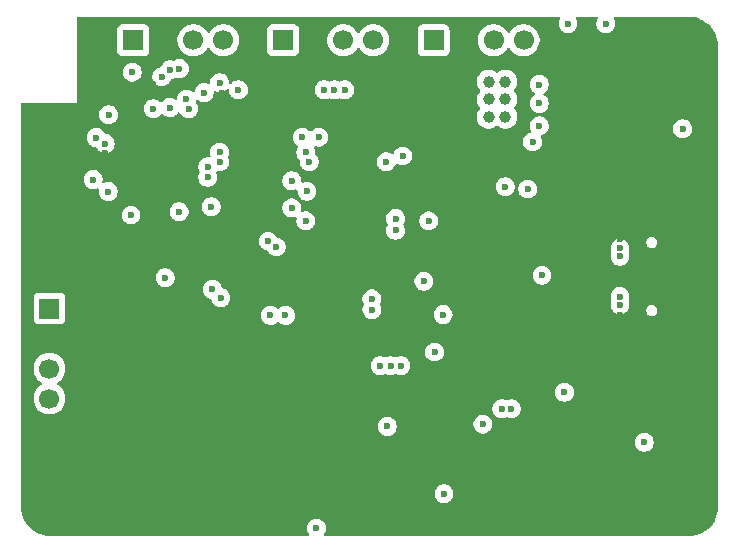
<source format=gbr>
%TF.GenerationSoftware,KiCad,Pcbnew,9.0.3*%
%TF.CreationDate,2025-07-23T13:55:40+02:00*%
%TF.ProjectId,LoRa_Project,4c6f5261-5f50-4726-9f6a-6563742e6b69,rev?*%
%TF.SameCoordinates,Original*%
%TF.FileFunction,Copper,L2,Inr*%
%TF.FilePolarity,Positive*%
%FSLAX46Y46*%
G04 Gerber Fmt 4.6, Leading zero omitted, Abs format (unit mm)*
G04 Created by KiCad (PCBNEW 9.0.3) date 2025-07-23 13:55:40*
%MOMM*%
%LPD*%
G01*
G04 APERTURE LIST*
%TA.AperFunction,ComponentPad*%
%ADD10R,1.700000X1.700000*%
%TD*%
%TA.AperFunction,ComponentPad*%
%ADD11C,1.700000*%
%TD*%
%TA.AperFunction,ComponentPad*%
%ADD12C,3.600000*%
%TD*%
%TA.AperFunction,HeatsinkPad*%
%ADD13C,0.500000*%
%TD*%
%TA.AperFunction,ViaPad*%
%ADD14C,0.600000*%
%TD*%
%TA.AperFunction,ViaPad*%
%ADD15C,1.000000*%
%TD*%
G04 APERTURE END LIST*
D10*
%TO.N,+3V3*%
%TO.C,J3*%
X212690000Y-54500000D03*
D11*
%TO.N,GND*%
X215230000Y-54500000D03*
%TO.N,I2C_SDA*%
X217770000Y-54500000D03*
%TO.N,I2C_SCL*%
X220310000Y-54500000D03*
%TD*%
D12*
%TO.N,GND*%
%TO.C,H3*%
X194000000Y-93000000D03*
%TD*%
D10*
%TO.N,+3V3*%
%TO.C,J7*%
X192900000Y-77216000D03*
D11*
%TO.N,GND*%
X192900000Y-79756000D03*
%TO.N,P0.04*%
X192900000Y-82296000D03*
%TO.N,P0.05*%
X192900000Y-84836000D03*
%TD*%
D13*
%TO.N,GND*%
%TO.C,U5*%
X204000000Y-66600000D03*
X204000000Y-65400000D03*
X204000000Y-64200000D03*
X204000000Y-63000000D03*
X202800000Y-66600000D03*
X202800000Y-65400000D03*
X202800000Y-64200000D03*
X202800000Y-63000000D03*
X201600000Y-66600000D03*
X201600000Y-65400000D03*
X201600000Y-64200000D03*
X201600000Y-63000000D03*
X200400000Y-66600000D03*
X200400000Y-65400000D03*
X200400000Y-64200000D03*
X200400000Y-63000000D03*
%TD*%
D12*
%TO.N,GND*%
%TO.C,H2*%
X245999999Y-56000001D03*
%TD*%
D10*
%TO.N,+3V3*%
%TO.C,J6*%
X225420001Y-54500000D03*
D11*
%TO.N,GND*%
X227960001Y-54500000D03*
%TO.N,SWD_CLK*%
X230500001Y-54500000D03*
%TO.N,SWD_IO*%
X233040001Y-54500000D03*
%TD*%
D10*
%TO.N,+3V3*%
%TO.C,J1*%
X200000000Y-54500000D03*
D11*
%TO.N,GND*%
X202540000Y-54500000D03*
%TO.N,I2C_SDA*%
X205080000Y-54500000D03*
%TO.N,I2C_SCL*%
X207620000Y-54500000D03*
%TD*%
D12*
%TO.N,GND*%
%TO.C,H4*%
X245999999Y-92999999D03*
%TD*%
D14*
%TO.N,P0.05*%
X207400000Y-76300000D03*
%TO.N,P0.04*%
X206700000Y-75600000D03*
X211400000Y-71500000D03*
%TO.N,P0.05*%
X212100000Y-72000000D03*
%TO.N,GND*%
X199600000Y-79900000D03*
%TO.N,/nRF52840 and LoRa/SPI_SCK*%
X214600000Y-69800000D03*
X214700000Y-67300000D03*
%TO.N,UART_RXD*%
X214900000Y-64800000D03*
%TO.N,UART_TXD*%
X214600000Y-64000000D03*
%TO.N,GND*%
X209700000Y-68100000D03*
X210306248Y-66500000D03*
%TO.N,/nRF52840 and LoRa/LORA_SPI_CS*%
X213400000Y-68700000D03*
X213400000Y-66400000D03*
%TO.N,UART_TXD*%
X207300000Y-64000000D03*
%TO.N,UART_RXD*%
X207300000Y-64800000D03*
%TO.N,P0.05*%
X206300000Y-65200000D03*
%TO.N,P0.04*%
X206300000Y-66100000D03*
%TO.N,/nRF52840 and LoRa/SPI_SCK*%
X208900000Y-58700000D03*
%TO.N,+3V3*%
X202400000Y-57600000D03*
%TO.N,I2C_SDA*%
X214300000Y-62700000D03*
%TO.N,I2C_SCL*%
X215700000Y-62700000D03*
%TO.N,Net-(U5-~{RESET})*%
X233800000Y-63100000D03*
%TO.N,I2C_SDA*%
X203900000Y-56900000D03*
%TO.N,+3V3*%
X207300000Y-58100000D03*
X197900000Y-60800000D03*
%TO.N,SWD_CLK*%
X197612000Y-63246000D03*
%TO.N,SWD_IO*%
X196850000Y-62738000D03*
%TO.N,*%
X225000000Y-69800000D03*
%TO.N,VBUS*%
X241200000Y-76900000D03*
X241200000Y-72100000D03*
X241200000Y-72800000D03*
X229600000Y-87000000D03*
X241200000Y-76200000D03*
%TO.N,GND*%
X244850000Y-81500000D03*
X197612000Y-64008000D03*
X193793752Y-68100000D03*
X241200000Y-70500000D03*
X192000000Y-65100000D03*
X236700000Y-64600000D03*
X218100000Y-60500000D03*
X241200000Y-77800000D03*
X193100000Y-63300000D03*
X233100000Y-85400000D03*
X201000000Y-95634999D03*
X205200000Y-73406249D03*
X191300000Y-62500000D03*
X244850000Y-85550000D03*
X241200000Y-69700000D03*
X241200000Y-78600000D03*
X211600000Y-95734999D03*
X239100000Y-86300000D03*
X199900000Y-73306249D03*
X238100000Y-86300000D03*
X239000000Y-80100000D03*
X239200000Y-74200000D03*
X207544000Y-58928000D03*
X241200000Y-71300000D03*
X193700000Y-64200000D03*
X224600000Y-72300000D03*
X203500000Y-95634999D03*
X201700000Y-58200000D03*
X227800000Y-84700000D03*
X228000000Y-62700000D03*
X191300000Y-61700000D03*
X240000000Y-86300000D03*
X194500000Y-65800000D03*
X192900000Y-64200000D03*
X234286499Y-79126000D03*
X234386499Y-77326000D03*
X229600000Y-89400000D03*
X195300000Y-73206249D03*
X210300000Y-95734999D03*
X222800000Y-62000000D03*
X246500000Y-63600000D03*
X196300000Y-55100000D03*
X219900000Y-95800000D03*
X217400000Y-76406249D03*
X222675000Y-63325000D03*
X203500000Y-77700000D03*
X193100000Y-60900000D03*
X228100000Y-90100000D03*
X192800000Y-65700000D03*
X229100000Y-93700000D03*
X221950000Y-75350000D03*
X201400000Y-73306249D03*
X219100000Y-78700000D03*
X195834000Y-61722000D03*
X191300000Y-63300000D03*
X227700000Y-66800000D03*
X240000000Y-61500000D03*
X231212500Y-77700000D03*
X193100000Y-60100000D03*
X230100000Y-85400000D03*
X202200000Y-95634999D03*
X191600000Y-64200000D03*
X193100000Y-61700000D03*
X193100000Y-62500000D03*
X241200000Y-79400000D03*
X209069999Y-95769999D03*
X236650000Y-66550000D03*
X202692000Y-73282000D03*
X222000000Y-74600000D03*
X234700000Y-85400000D03*
X206804000Y-73389250D03*
X193700000Y-65800000D03*
X194500000Y-64200000D03*
%TO.N,+3V3*%
X234375000Y-59850000D03*
D15*
X230100000Y-59500000D03*
D14*
X215500000Y-95800000D03*
X234375000Y-61750000D03*
D15*
X230100000Y-61000000D03*
D14*
X226300000Y-92900000D03*
X202700000Y-74600000D03*
D15*
X231500000Y-61000000D03*
D14*
X234375000Y-58250000D03*
D15*
X230100000Y-58000000D03*
D14*
X243250000Y-88550000D03*
X205994000Y-58928000D03*
D15*
X231500000Y-58000000D03*
D14*
X226225000Y-77725000D03*
X206600000Y-68600000D03*
D15*
X231500000Y-59500000D03*
D14*
%TO.N,+BATT*%
X220200000Y-76400000D03*
X231200000Y-85700000D03*
X220200000Y-77300000D03*
X225500000Y-80900000D03*
X232000000Y-85700000D03*
%TO.N,/nRF52840 and LoRa/DEC4_6*%
X196596000Y-66294000D03*
X203874001Y-69025999D03*
%TO.N,Net-(U5-DEC3)*%
X199800000Y-69300000D03*
X197866000Y-67310000D03*
%TO.N,/Peripherals/RXLED*%
X231500000Y-66900000D03*
X236800000Y-53100000D03*
%TO.N,/Peripherals/TXLED*%
X240000000Y-53100000D03*
X224600000Y-74900000D03*
%TO.N,I2C_SDA*%
X222200000Y-70600000D03*
%TO.N,I2C_SCL*%
X222200000Y-69600000D03*
%TO.N,/nRF52840 and LoRa/SPI_SCK*%
X201703000Y-60300000D03*
%TO.N,/nRF52840 and LoRa/SPI_MISO*%
X204500000Y-59500000D03*
X212880000Y-77800000D03*
%TO.N,/nRF52840 and LoRa/SPI_MOSI*%
X211610000Y-77800000D03*
X204700000Y-60300000D03*
%TO.N,Net-(U4-STAT)*%
X221500000Y-87200000D03*
X236500000Y-84300000D03*
%TO.N,/nRF52840 and LoRa/LED*%
X199900000Y-57200000D03*
X203100000Y-57000000D03*
%TO.N,Net-(U5-~{RESET})*%
X203100000Y-60200000D03*
X246500000Y-62000000D03*
%TO.N,UART_RXD*%
X222800000Y-64300000D03*
X221400000Y-64800000D03*
%TO.N,/Power/V_SW*%
X222650000Y-82050000D03*
X216150000Y-58700000D03*
X221775000Y-82050000D03*
X220900000Y-82050000D03*
X217025000Y-58700000D03*
X217900000Y-58700000D03*
%TO.N,Net-(U6-CBUS3)*%
X233400000Y-67100000D03*
X234600000Y-74400000D03*
%TD*%
%TA.AperFunction,Conductor*%
%TO.N,GND*%
G36*
X236072871Y-52520185D02*
G01*
X236118626Y-52572989D01*
X236128570Y-52642147D01*
X236108933Y-52693392D01*
X236090610Y-52720812D01*
X236090602Y-52720827D01*
X236030264Y-52866498D01*
X236030261Y-52866510D01*
X235999500Y-53021153D01*
X235999500Y-53178846D01*
X236030261Y-53333489D01*
X236030264Y-53333501D01*
X236090602Y-53479172D01*
X236090609Y-53479185D01*
X236178210Y-53610288D01*
X236178213Y-53610292D01*
X236289707Y-53721786D01*
X236289711Y-53721789D01*
X236420814Y-53809390D01*
X236420827Y-53809397D01*
X236566498Y-53869735D01*
X236566503Y-53869737D01*
X236721153Y-53900499D01*
X236721156Y-53900500D01*
X236721158Y-53900500D01*
X236878844Y-53900500D01*
X236878845Y-53900499D01*
X237033497Y-53869737D01*
X237179179Y-53809394D01*
X237310289Y-53721789D01*
X237421789Y-53610289D01*
X237509394Y-53479179D01*
X237569737Y-53333497D01*
X237600500Y-53178842D01*
X237600500Y-53021158D01*
X237600500Y-53021155D01*
X237600499Y-53021153D01*
X237584172Y-52939071D01*
X237569737Y-52866503D01*
X237538332Y-52790683D01*
X237509397Y-52720827D01*
X237509389Y-52720812D01*
X237491067Y-52693392D01*
X237470188Y-52626715D01*
X237488672Y-52559334D01*
X237540650Y-52512644D01*
X237594168Y-52500500D01*
X239205832Y-52500500D01*
X239272871Y-52520185D01*
X239318626Y-52572989D01*
X239328570Y-52642147D01*
X239308933Y-52693392D01*
X239290610Y-52720812D01*
X239290602Y-52720827D01*
X239230264Y-52866498D01*
X239230261Y-52866510D01*
X239199500Y-53021153D01*
X239199500Y-53178846D01*
X239230261Y-53333489D01*
X239230264Y-53333501D01*
X239290602Y-53479172D01*
X239290609Y-53479185D01*
X239378210Y-53610288D01*
X239378213Y-53610292D01*
X239489707Y-53721786D01*
X239489711Y-53721789D01*
X239620814Y-53809390D01*
X239620827Y-53809397D01*
X239766498Y-53869735D01*
X239766503Y-53869737D01*
X239921153Y-53900499D01*
X239921156Y-53900500D01*
X239921158Y-53900500D01*
X240078844Y-53900500D01*
X240078845Y-53900499D01*
X240233497Y-53869737D01*
X240379179Y-53809394D01*
X240510289Y-53721789D01*
X240621789Y-53610289D01*
X240709394Y-53479179D01*
X240769737Y-53333497D01*
X240800500Y-53178842D01*
X240800500Y-53021158D01*
X240800500Y-53021155D01*
X240800499Y-53021153D01*
X240784172Y-52939071D01*
X240769737Y-52866503D01*
X240738332Y-52790683D01*
X240709397Y-52720827D01*
X240709389Y-52720812D01*
X240691067Y-52693392D01*
X240670188Y-52626715D01*
X240688672Y-52559334D01*
X240740650Y-52512644D01*
X240794168Y-52500500D01*
X246934108Y-52500500D01*
X246996249Y-52500500D01*
X247003736Y-52500726D01*
X247293796Y-52518271D01*
X247308657Y-52520075D01*
X247590798Y-52571780D01*
X247605335Y-52575363D01*
X247879172Y-52660695D01*
X247893163Y-52666000D01*
X248154743Y-52783727D01*
X248167989Y-52790680D01*
X248413465Y-52939075D01*
X248425776Y-52947573D01*
X248519697Y-53021155D01*
X248651573Y-53124473D01*
X248662781Y-53134403D01*
X248865596Y-53337218D01*
X248875526Y-53348426D01*
X249027586Y-53542517D01*
X249052422Y-53574217D01*
X249060926Y-53586537D01*
X249112405Y-53671694D01*
X249209316Y-53832004D01*
X249216275Y-53845263D01*
X249333997Y-54106831D01*
X249339306Y-54120832D01*
X249424635Y-54394663D01*
X249428219Y-54409201D01*
X249479923Y-54691340D01*
X249481728Y-54706205D01*
X249499274Y-54996263D01*
X249499500Y-55003750D01*
X249499500Y-93996249D01*
X249499274Y-94003736D01*
X249481728Y-94293794D01*
X249479923Y-94308659D01*
X249428219Y-94590798D01*
X249424635Y-94605336D01*
X249339306Y-94879167D01*
X249333997Y-94893168D01*
X249216275Y-95154736D01*
X249209316Y-95167995D01*
X249060928Y-95413459D01*
X249052422Y-95425782D01*
X248875526Y-95651573D01*
X248865596Y-95662781D01*
X248662781Y-95865596D01*
X248651573Y-95875526D01*
X248425782Y-96052422D01*
X248413459Y-96060928D01*
X248167995Y-96209316D01*
X248154736Y-96216275D01*
X247893168Y-96333997D01*
X247879167Y-96339306D01*
X247605336Y-96424635D01*
X247590798Y-96428219D01*
X247308659Y-96479923D01*
X247293794Y-96481728D01*
X247003736Y-96499274D01*
X246996249Y-96499500D01*
X216227350Y-96499500D01*
X216160311Y-96479815D01*
X216114556Y-96427011D01*
X216104612Y-96357853D01*
X216124248Y-96306609D01*
X216209390Y-96179185D01*
X216209390Y-96179184D01*
X216209394Y-96179179D01*
X216269737Y-96033497D01*
X216300500Y-95878842D01*
X216300500Y-95721158D01*
X216300500Y-95721155D01*
X216300499Y-95721153D01*
X216288888Y-95662781D01*
X216269737Y-95566503D01*
X216211449Y-95425782D01*
X216209397Y-95420827D01*
X216209390Y-95420814D01*
X216121789Y-95289711D01*
X216121786Y-95289707D01*
X216010292Y-95178213D01*
X216010288Y-95178210D01*
X215879185Y-95090609D01*
X215879172Y-95090602D01*
X215733501Y-95030264D01*
X215733489Y-95030261D01*
X215578845Y-94999500D01*
X215578842Y-94999500D01*
X215421158Y-94999500D01*
X215421155Y-94999500D01*
X215266510Y-95030261D01*
X215266498Y-95030264D01*
X215120827Y-95090602D01*
X215120814Y-95090609D01*
X214989711Y-95178210D01*
X214989707Y-95178213D01*
X214878213Y-95289707D01*
X214878210Y-95289711D01*
X214790609Y-95420814D01*
X214790602Y-95420827D01*
X214730264Y-95566498D01*
X214730261Y-95566510D01*
X214699500Y-95721153D01*
X214699500Y-95878846D01*
X214730261Y-96033489D01*
X214730264Y-96033501D01*
X214790602Y-96179172D01*
X214790609Y-96179185D01*
X214875752Y-96306609D01*
X214896630Y-96373286D01*
X214878146Y-96440666D01*
X214826167Y-96487357D01*
X214772650Y-96499500D01*
X193003751Y-96499500D01*
X192996264Y-96499274D01*
X192706205Y-96481728D01*
X192691340Y-96479923D01*
X192409201Y-96428219D01*
X192394663Y-96424635D01*
X192120832Y-96339306D01*
X192106831Y-96333997D01*
X191845263Y-96216275D01*
X191832004Y-96209316D01*
X191586540Y-96060928D01*
X191574217Y-96052422D01*
X191348426Y-95875526D01*
X191337218Y-95865596D01*
X191134403Y-95662781D01*
X191124473Y-95651573D01*
X190947573Y-95425776D01*
X190939075Y-95413465D01*
X190790680Y-95167989D01*
X190783727Y-95154743D01*
X190666000Y-94893163D01*
X190660693Y-94879167D01*
X190575364Y-94605336D01*
X190571780Y-94590798D01*
X190520076Y-94308659D01*
X190518271Y-94293794D01*
X190500726Y-94003736D01*
X190500500Y-93996249D01*
X190500500Y-92821153D01*
X225499500Y-92821153D01*
X225499500Y-92978846D01*
X225530261Y-93133489D01*
X225530264Y-93133501D01*
X225590602Y-93279172D01*
X225590609Y-93279185D01*
X225678210Y-93410288D01*
X225678213Y-93410292D01*
X225789707Y-93521786D01*
X225789711Y-93521789D01*
X225920814Y-93609390D01*
X225920827Y-93609397D01*
X226066498Y-93669735D01*
X226066503Y-93669737D01*
X226221153Y-93700499D01*
X226221156Y-93700500D01*
X226221158Y-93700500D01*
X226378844Y-93700500D01*
X226378845Y-93700499D01*
X226533497Y-93669737D01*
X226679179Y-93609394D01*
X226810289Y-93521789D01*
X226921789Y-93410289D01*
X227009394Y-93279179D01*
X227069737Y-93133497D01*
X227100500Y-92978842D01*
X227100500Y-92821158D01*
X227100500Y-92821155D01*
X227100499Y-92821153D01*
X227069738Y-92666510D01*
X227069737Y-92666503D01*
X227069735Y-92666498D01*
X227009397Y-92520827D01*
X227009390Y-92520814D01*
X226921789Y-92389711D01*
X226921786Y-92389707D01*
X226810292Y-92278213D01*
X226810288Y-92278210D01*
X226679185Y-92190609D01*
X226679172Y-92190602D01*
X226533501Y-92130264D01*
X226533489Y-92130261D01*
X226378845Y-92099500D01*
X226378842Y-92099500D01*
X226221158Y-92099500D01*
X226221155Y-92099500D01*
X226066510Y-92130261D01*
X226066498Y-92130264D01*
X225920827Y-92190602D01*
X225920814Y-92190609D01*
X225789711Y-92278210D01*
X225789707Y-92278213D01*
X225678213Y-92389707D01*
X225678210Y-92389711D01*
X225590609Y-92520814D01*
X225590602Y-92520827D01*
X225530264Y-92666498D01*
X225530261Y-92666510D01*
X225499500Y-92821153D01*
X190500500Y-92821153D01*
X190500500Y-88471153D01*
X242449500Y-88471153D01*
X242449500Y-88628846D01*
X242480261Y-88783489D01*
X242480264Y-88783501D01*
X242540602Y-88929172D01*
X242540609Y-88929185D01*
X242628210Y-89060288D01*
X242628213Y-89060292D01*
X242739707Y-89171786D01*
X242739711Y-89171789D01*
X242870814Y-89259390D01*
X242870827Y-89259397D01*
X243016498Y-89319735D01*
X243016503Y-89319737D01*
X243171153Y-89350499D01*
X243171156Y-89350500D01*
X243171158Y-89350500D01*
X243328844Y-89350500D01*
X243328845Y-89350499D01*
X243483497Y-89319737D01*
X243629179Y-89259394D01*
X243760289Y-89171789D01*
X243871789Y-89060289D01*
X243959394Y-88929179D01*
X244019737Y-88783497D01*
X244050500Y-88628842D01*
X244050500Y-88471158D01*
X244050500Y-88471155D01*
X244050499Y-88471153D01*
X244019738Y-88316510D01*
X244019737Y-88316503D01*
X244019735Y-88316498D01*
X243959397Y-88170827D01*
X243959390Y-88170814D01*
X243871789Y-88039711D01*
X243871786Y-88039707D01*
X243760292Y-87928213D01*
X243760288Y-87928210D01*
X243629185Y-87840609D01*
X243629172Y-87840602D01*
X243483501Y-87780264D01*
X243483489Y-87780261D01*
X243328845Y-87749500D01*
X243328842Y-87749500D01*
X243171158Y-87749500D01*
X243171155Y-87749500D01*
X243016510Y-87780261D01*
X243016498Y-87780264D01*
X242870827Y-87840602D01*
X242870814Y-87840609D01*
X242739711Y-87928210D01*
X242739707Y-87928213D01*
X242628213Y-88039707D01*
X242628210Y-88039711D01*
X242540609Y-88170814D01*
X242540602Y-88170827D01*
X242480264Y-88316498D01*
X242480261Y-88316510D01*
X242449500Y-88471153D01*
X190500500Y-88471153D01*
X190500500Y-87121153D01*
X220699500Y-87121153D01*
X220699500Y-87278846D01*
X220730261Y-87433489D01*
X220730264Y-87433501D01*
X220790602Y-87579172D01*
X220790609Y-87579185D01*
X220878210Y-87710288D01*
X220878213Y-87710292D01*
X220989707Y-87821786D01*
X220989711Y-87821789D01*
X221120814Y-87909390D01*
X221120827Y-87909397D01*
X221166254Y-87928213D01*
X221266503Y-87969737D01*
X221421153Y-88000499D01*
X221421156Y-88000500D01*
X221421158Y-88000500D01*
X221578844Y-88000500D01*
X221578845Y-88000499D01*
X221733497Y-87969737D01*
X221879179Y-87909394D01*
X222010289Y-87821789D01*
X222121789Y-87710289D01*
X222209394Y-87579179D01*
X222269737Y-87433497D01*
X222300500Y-87278842D01*
X222300500Y-87121158D01*
X222300500Y-87121155D01*
X222300499Y-87121153D01*
X222269737Y-86966503D01*
X222250955Y-86921158D01*
X222250953Y-86921153D01*
X228799500Y-86921153D01*
X228799500Y-87078846D01*
X228830261Y-87233489D01*
X228830264Y-87233501D01*
X228890602Y-87379172D01*
X228890609Y-87379185D01*
X228978210Y-87510288D01*
X228978213Y-87510292D01*
X229089707Y-87621786D01*
X229089711Y-87621789D01*
X229220814Y-87709390D01*
X229220827Y-87709397D01*
X229317646Y-87749500D01*
X229366503Y-87769737D01*
X229521153Y-87800499D01*
X229521156Y-87800500D01*
X229521158Y-87800500D01*
X229678844Y-87800500D01*
X229678845Y-87800499D01*
X229833497Y-87769737D01*
X229979179Y-87709394D01*
X230110289Y-87621789D01*
X230221789Y-87510289D01*
X230309394Y-87379179D01*
X230369737Y-87233497D01*
X230400500Y-87078842D01*
X230400500Y-86921158D01*
X230400500Y-86921155D01*
X230400499Y-86921153D01*
X230380543Y-86820827D01*
X230369737Y-86766503D01*
X230337929Y-86689711D01*
X230309397Y-86620827D01*
X230309390Y-86620814D01*
X230221789Y-86489711D01*
X230221786Y-86489707D01*
X230110292Y-86378213D01*
X230110288Y-86378210D01*
X229979185Y-86290609D01*
X229979172Y-86290602D01*
X229833501Y-86230264D01*
X229833489Y-86230261D01*
X229678845Y-86199500D01*
X229678842Y-86199500D01*
X229521158Y-86199500D01*
X229521155Y-86199500D01*
X229366510Y-86230261D01*
X229366498Y-86230264D01*
X229220827Y-86290602D01*
X229220814Y-86290609D01*
X229089711Y-86378210D01*
X229089707Y-86378213D01*
X228978213Y-86489707D01*
X228978210Y-86489711D01*
X228890609Y-86620814D01*
X228890602Y-86620827D01*
X228830264Y-86766498D01*
X228830261Y-86766510D01*
X228799500Y-86921153D01*
X222250953Y-86921153D01*
X222209397Y-86820827D01*
X222209390Y-86820814D01*
X222121789Y-86689711D01*
X222121786Y-86689707D01*
X222010292Y-86578213D01*
X222010288Y-86578210D01*
X221879185Y-86490609D01*
X221879172Y-86490602D01*
X221733501Y-86430264D01*
X221733489Y-86430261D01*
X221578845Y-86399500D01*
X221578842Y-86399500D01*
X221421158Y-86399500D01*
X221421155Y-86399500D01*
X221266510Y-86430261D01*
X221266498Y-86430264D01*
X221120827Y-86490602D01*
X221120814Y-86490609D01*
X220989711Y-86578210D01*
X220989707Y-86578213D01*
X220878213Y-86689707D01*
X220878210Y-86689711D01*
X220790609Y-86820814D01*
X220790602Y-86820827D01*
X220730264Y-86966498D01*
X220730261Y-86966510D01*
X220699500Y-87121153D01*
X190500500Y-87121153D01*
X190500500Y-82189713D01*
X191549500Y-82189713D01*
X191549500Y-82402286D01*
X191574525Y-82560292D01*
X191582754Y-82612243D01*
X191630567Y-82759397D01*
X191648444Y-82814414D01*
X191744951Y-83003820D01*
X191869890Y-83175786D01*
X192020213Y-83326109D01*
X192192182Y-83451050D01*
X192200946Y-83455516D01*
X192251742Y-83503491D01*
X192268536Y-83571312D01*
X192245998Y-83637447D01*
X192200946Y-83676484D01*
X192192182Y-83680949D01*
X192020213Y-83805890D01*
X191869890Y-83956213D01*
X191744951Y-84128179D01*
X191648444Y-84317585D01*
X191582753Y-84519760D01*
X191549500Y-84729713D01*
X191549500Y-84942286D01*
X191574558Y-85100500D01*
X191582754Y-85152243D01*
X191637526Y-85320814D01*
X191648444Y-85354414D01*
X191744951Y-85543820D01*
X191869890Y-85715786D01*
X192020213Y-85866109D01*
X192192179Y-85991048D01*
X192192181Y-85991049D01*
X192192184Y-85991051D01*
X192381588Y-86087557D01*
X192583757Y-86153246D01*
X192793713Y-86186500D01*
X192793714Y-86186500D01*
X193006286Y-86186500D01*
X193006287Y-86186500D01*
X193216243Y-86153246D01*
X193418412Y-86087557D01*
X193607816Y-85991051D01*
X193629789Y-85975086D01*
X193779786Y-85866109D01*
X193779788Y-85866106D01*
X193779792Y-85866104D01*
X193930104Y-85715792D01*
X193998863Y-85621153D01*
X230399500Y-85621153D01*
X230399500Y-85778846D01*
X230430261Y-85933489D01*
X230430264Y-85933501D01*
X230490602Y-86079172D01*
X230490609Y-86079185D01*
X230578210Y-86210288D01*
X230578213Y-86210292D01*
X230689707Y-86321786D01*
X230689711Y-86321789D01*
X230820814Y-86409390D01*
X230820827Y-86409397D01*
X230966498Y-86469735D01*
X230966503Y-86469737D01*
X231121153Y-86500499D01*
X231121156Y-86500500D01*
X231121158Y-86500500D01*
X231278844Y-86500500D01*
X231278845Y-86500499D01*
X231433497Y-86469737D01*
X231528794Y-86430264D01*
X231552548Y-86420425D01*
X231622017Y-86412956D01*
X231647452Y-86420425D01*
X231671206Y-86430264D01*
X231766503Y-86469737D01*
X231921153Y-86500499D01*
X231921156Y-86500500D01*
X231921158Y-86500500D01*
X232078844Y-86500500D01*
X232078845Y-86500499D01*
X232233497Y-86469737D01*
X232379179Y-86409394D01*
X232510289Y-86321789D01*
X232621789Y-86210289D01*
X232709394Y-86079179D01*
X232769737Y-85933497D01*
X232800500Y-85778842D01*
X232800500Y-85621158D01*
X232800500Y-85621155D01*
X232800499Y-85621153D01*
X232769737Y-85466503D01*
X232723308Y-85354412D01*
X232709397Y-85320827D01*
X232709390Y-85320814D01*
X232621789Y-85189711D01*
X232621786Y-85189707D01*
X232510292Y-85078213D01*
X232510288Y-85078210D01*
X232379185Y-84990609D01*
X232379172Y-84990602D01*
X232233501Y-84930264D01*
X232233489Y-84930261D01*
X232078845Y-84899500D01*
X232078842Y-84899500D01*
X231921158Y-84899500D01*
X231921155Y-84899500D01*
X231766510Y-84930261D01*
X231766498Y-84930264D01*
X231647452Y-84979574D01*
X231577982Y-84987043D01*
X231552548Y-84979574D01*
X231433501Y-84930264D01*
X231433489Y-84930261D01*
X231278845Y-84899500D01*
X231278842Y-84899500D01*
X231121158Y-84899500D01*
X231121155Y-84899500D01*
X230966510Y-84930261D01*
X230966498Y-84930264D01*
X230820827Y-84990602D01*
X230820814Y-84990609D01*
X230689711Y-85078210D01*
X230689707Y-85078213D01*
X230578213Y-85189707D01*
X230578210Y-85189711D01*
X230490609Y-85320814D01*
X230490602Y-85320827D01*
X230430264Y-85466498D01*
X230430261Y-85466510D01*
X230399500Y-85621153D01*
X193998863Y-85621153D01*
X194055051Y-85543816D01*
X194151557Y-85354412D01*
X194217246Y-85152243D01*
X194250500Y-84942287D01*
X194250500Y-84729713D01*
X194217246Y-84519757D01*
X194151557Y-84317588D01*
X194102421Y-84221153D01*
X235699500Y-84221153D01*
X235699500Y-84378846D01*
X235730261Y-84533489D01*
X235730264Y-84533501D01*
X235790602Y-84679172D01*
X235790609Y-84679185D01*
X235878210Y-84810288D01*
X235878213Y-84810292D01*
X235989707Y-84921786D01*
X235989711Y-84921789D01*
X236120814Y-85009390D01*
X236120827Y-85009397D01*
X236266498Y-85069735D01*
X236266503Y-85069737D01*
X236421153Y-85100499D01*
X236421156Y-85100500D01*
X236421158Y-85100500D01*
X236578844Y-85100500D01*
X236578845Y-85100499D01*
X236733497Y-85069737D01*
X236879179Y-85009394D01*
X237010289Y-84921789D01*
X237121789Y-84810289D01*
X237209394Y-84679179D01*
X237269737Y-84533497D01*
X237300500Y-84378842D01*
X237300500Y-84221158D01*
X237300500Y-84221155D01*
X237300499Y-84221153D01*
X237269738Y-84066510D01*
X237269737Y-84066503D01*
X237224052Y-83956208D01*
X237209397Y-83920827D01*
X237209390Y-83920814D01*
X237121789Y-83789711D01*
X237121786Y-83789707D01*
X237010292Y-83678213D01*
X237010288Y-83678210D01*
X236879185Y-83590609D01*
X236879172Y-83590602D01*
X236733501Y-83530264D01*
X236733489Y-83530261D01*
X236578845Y-83499500D01*
X236578842Y-83499500D01*
X236421158Y-83499500D01*
X236421155Y-83499500D01*
X236266510Y-83530261D01*
X236266498Y-83530264D01*
X236120827Y-83590602D01*
X236120814Y-83590609D01*
X235989711Y-83678210D01*
X235989707Y-83678213D01*
X235878213Y-83789707D01*
X235878210Y-83789711D01*
X235790609Y-83920814D01*
X235790602Y-83920827D01*
X235730264Y-84066498D01*
X235730261Y-84066510D01*
X235699500Y-84221153D01*
X194102421Y-84221153D01*
X194055051Y-84128184D01*
X194055049Y-84128181D01*
X194055048Y-84128179D01*
X193930109Y-83956213D01*
X193779786Y-83805890D01*
X193607820Y-83680951D01*
X193602440Y-83678210D01*
X193599054Y-83676485D01*
X193548259Y-83628512D01*
X193531463Y-83560692D01*
X193553999Y-83494556D01*
X193599054Y-83455515D01*
X193607816Y-83451051D01*
X193629789Y-83435086D01*
X193779786Y-83326109D01*
X193779788Y-83326106D01*
X193779792Y-83326104D01*
X193930104Y-83175792D01*
X193930106Y-83175788D01*
X193930109Y-83175786D01*
X194055048Y-83003820D01*
X194055047Y-83003820D01*
X194055051Y-83003816D01*
X194151557Y-82814412D01*
X194217246Y-82612243D01*
X194250500Y-82402287D01*
X194250500Y-82189713D01*
X194217246Y-81979757D01*
X194214450Y-81971153D01*
X220099500Y-81971153D01*
X220099500Y-82128846D01*
X220130261Y-82283489D01*
X220130264Y-82283501D01*
X220190602Y-82429172D01*
X220190609Y-82429185D01*
X220278210Y-82560288D01*
X220278213Y-82560292D01*
X220389707Y-82671786D01*
X220389711Y-82671789D01*
X220520814Y-82759390D01*
X220520827Y-82759397D01*
X220653647Y-82814412D01*
X220666503Y-82819737D01*
X220821153Y-82850499D01*
X220821156Y-82850500D01*
X220821158Y-82850500D01*
X220978844Y-82850500D01*
X220978845Y-82850499D01*
X221133497Y-82819737D01*
X221189120Y-82796697D01*
X221284808Y-82757063D01*
X221285266Y-82758170D01*
X221347447Y-82745223D01*
X221389929Y-82757696D01*
X221390192Y-82757063D01*
X221528647Y-82814412D01*
X221541503Y-82819737D01*
X221696153Y-82850499D01*
X221696156Y-82850500D01*
X221696158Y-82850500D01*
X221853844Y-82850500D01*
X221853845Y-82850499D01*
X222008497Y-82819737D01*
X222064120Y-82796697D01*
X222159808Y-82757063D01*
X222160266Y-82758170D01*
X222222447Y-82745223D01*
X222264929Y-82757696D01*
X222265192Y-82757063D01*
X222403647Y-82814412D01*
X222416503Y-82819737D01*
X222571153Y-82850499D01*
X222571156Y-82850500D01*
X222571158Y-82850500D01*
X222728844Y-82850500D01*
X222728845Y-82850499D01*
X222883497Y-82819737D01*
X223029179Y-82759394D01*
X223160289Y-82671789D01*
X223271789Y-82560289D01*
X223359394Y-82429179D01*
X223419737Y-82283497D01*
X223450500Y-82128842D01*
X223450500Y-81971158D01*
X223450500Y-81971155D01*
X223450499Y-81971153D01*
X223419738Y-81816510D01*
X223419737Y-81816503D01*
X223403617Y-81777585D01*
X223359397Y-81670827D01*
X223359390Y-81670814D01*
X223271789Y-81539711D01*
X223271786Y-81539707D01*
X223160292Y-81428213D01*
X223160288Y-81428210D01*
X223029185Y-81340609D01*
X223029172Y-81340602D01*
X222883501Y-81280264D01*
X222883489Y-81280261D01*
X222728845Y-81249500D01*
X222728842Y-81249500D01*
X222571158Y-81249500D01*
X222571155Y-81249500D01*
X222416510Y-81280261D01*
X222416498Y-81280264D01*
X222265193Y-81342937D01*
X222264734Y-81341831D01*
X222202544Y-81354777D01*
X222160068Y-81342304D01*
X222159807Y-81342937D01*
X222008501Y-81280264D01*
X222008489Y-81280261D01*
X221853845Y-81249500D01*
X221853842Y-81249500D01*
X221696158Y-81249500D01*
X221696155Y-81249500D01*
X221541510Y-81280261D01*
X221541498Y-81280264D01*
X221390193Y-81342937D01*
X221389734Y-81341831D01*
X221327544Y-81354777D01*
X221285068Y-81342304D01*
X221284807Y-81342937D01*
X221133501Y-81280264D01*
X221133489Y-81280261D01*
X220978845Y-81249500D01*
X220978842Y-81249500D01*
X220821158Y-81249500D01*
X220821155Y-81249500D01*
X220666510Y-81280261D01*
X220666498Y-81280264D01*
X220520827Y-81340602D01*
X220520814Y-81340609D01*
X220389711Y-81428210D01*
X220389707Y-81428213D01*
X220278213Y-81539707D01*
X220278210Y-81539711D01*
X220190609Y-81670814D01*
X220190602Y-81670827D01*
X220130264Y-81816498D01*
X220130261Y-81816510D01*
X220099500Y-81971153D01*
X194214450Y-81971153D01*
X194151557Y-81777588D01*
X194055051Y-81588184D01*
X194055049Y-81588181D01*
X194055048Y-81588179D01*
X193930109Y-81416213D01*
X193779786Y-81265890D01*
X193607820Y-81140951D01*
X193418414Y-81044444D01*
X193418413Y-81044443D01*
X193418412Y-81044443D01*
X193216243Y-80978754D01*
X193216241Y-80978753D01*
X193216240Y-80978753D01*
X193054957Y-80953208D01*
X193006287Y-80945500D01*
X192793713Y-80945500D01*
X192745042Y-80953208D01*
X192583760Y-80978753D01*
X192381585Y-81044444D01*
X192192179Y-81140951D01*
X192020213Y-81265890D01*
X191869890Y-81416213D01*
X191744951Y-81588179D01*
X191648444Y-81777585D01*
X191582753Y-81979760D01*
X191549500Y-82189713D01*
X190500500Y-82189713D01*
X190500500Y-80821153D01*
X224699500Y-80821153D01*
X224699500Y-80978846D01*
X224730261Y-81133489D01*
X224730264Y-81133501D01*
X224790602Y-81279172D01*
X224790609Y-81279185D01*
X224878210Y-81410288D01*
X224878213Y-81410292D01*
X224989707Y-81521786D01*
X224989711Y-81521789D01*
X225120814Y-81609390D01*
X225120827Y-81609397D01*
X225266498Y-81669735D01*
X225266503Y-81669737D01*
X225421153Y-81700499D01*
X225421156Y-81700500D01*
X225421158Y-81700500D01*
X225578844Y-81700500D01*
X225578845Y-81700499D01*
X225733497Y-81669737D01*
X225879179Y-81609394D01*
X226010289Y-81521789D01*
X226121789Y-81410289D01*
X226209394Y-81279179D01*
X226214899Y-81265890D01*
X226269735Y-81133501D01*
X226269737Y-81133497D01*
X226300500Y-80978842D01*
X226300500Y-80821158D01*
X226300500Y-80821155D01*
X226300499Y-80821153D01*
X226269738Y-80666510D01*
X226269737Y-80666503D01*
X226269735Y-80666498D01*
X226209397Y-80520827D01*
X226209390Y-80520814D01*
X226121789Y-80389711D01*
X226121786Y-80389707D01*
X226010292Y-80278213D01*
X226010288Y-80278210D01*
X225879185Y-80190609D01*
X225879172Y-80190602D01*
X225733501Y-80130264D01*
X225733489Y-80130261D01*
X225578845Y-80099500D01*
X225578842Y-80099500D01*
X225421158Y-80099500D01*
X225421155Y-80099500D01*
X225266510Y-80130261D01*
X225266498Y-80130264D01*
X225120827Y-80190602D01*
X225120814Y-80190609D01*
X224989711Y-80278210D01*
X224989707Y-80278213D01*
X224878213Y-80389707D01*
X224878210Y-80389711D01*
X224790609Y-80520814D01*
X224790602Y-80520827D01*
X224730264Y-80666498D01*
X224730261Y-80666510D01*
X224699500Y-80821153D01*
X190500500Y-80821153D01*
X190500500Y-76318135D01*
X191549500Y-76318135D01*
X191549500Y-78113870D01*
X191549501Y-78113876D01*
X191555908Y-78173483D01*
X191606202Y-78308328D01*
X191606206Y-78308335D01*
X191692452Y-78423544D01*
X191692455Y-78423547D01*
X191807664Y-78509793D01*
X191807671Y-78509797D01*
X191942517Y-78560091D01*
X191942516Y-78560091D01*
X191949444Y-78560835D01*
X192002127Y-78566500D01*
X193797872Y-78566499D01*
X193857483Y-78560091D01*
X193992331Y-78509796D01*
X194107546Y-78423546D01*
X194193796Y-78308331D01*
X194244091Y-78173483D01*
X194250500Y-78113873D01*
X194250500Y-77721153D01*
X210809500Y-77721153D01*
X210809500Y-77878846D01*
X210840261Y-78033489D01*
X210840264Y-78033501D01*
X210900602Y-78179172D01*
X210900609Y-78179185D01*
X210988210Y-78310288D01*
X210988213Y-78310292D01*
X211099707Y-78421786D01*
X211099711Y-78421789D01*
X211230814Y-78509390D01*
X211230827Y-78509397D01*
X211368688Y-78566500D01*
X211376503Y-78569737D01*
X211531153Y-78600499D01*
X211531156Y-78600500D01*
X211531158Y-78600500D01*
X211688844Y-78600500D01*
X211688845Y-78600499D01*
X211843497Y-78569737D01*
X211988206Y-78509797D01*
X211989172Y-78509397D01*
X211989172Y-78509396D01*
X211989179Y-78509394D01*
X212120289Y-78421789D01*
X212120292Y-78421786D01*
X212157319Y-78384760D01*
X212218642Y-78351275D01*
X212288334Y-78356259D01*
X212332681Y-78384760D01*
X212369707Y-78421786D01*
X212369711Y-78421789D01*
X212500814Y-78509390D01*
X212500827Y-78509397D01*
X212638688Y-78566500D01*
X212646503Y-78569737D01*
X212801153Y-78600499D01*
X212801156Y-78600500D01*
X212801158Y-78600500D01*
X212958844Y-78600500D01*
X212958845Y-78600499D01*
X213113497Y-78569737D01*
X213258206Y-78509797D01*
X213259172Y-78509397D01*
X213259172Y-78509396D01*
X213259179Y-78509394D01*
X213390289Y-78421789D01*
X213501789Y-78310289D01*
X213589394Y-78179179D01*
X213649737Y-78033497D01*
X213680500Y-77878842D01*
X213680500Y-77721158D01*
X213680500Y-77721155D01*
X213680499Y-77721153D01*
X213658269Y-77609397D01*
X213649737Y-77566503D01*
X213618674Y-77491510D01*
X213589397Y-77420827D01*
X213589390Y-77420814D01*
X213501789Y-77289711D01*
X213501786Y-77289707D01*
X213390292Y-77178213D01*
X213390288Y-77178210D01*
X213259185Y-77090609D01*
X213259172Y-77090602D01*
X213113501Y-77030264D01*
X213113489Y-77030261D01*
X212958845Y-76999500D01*
X212958842Y-76999500D01*
X212801158Y-76999500D01*
X212801155Y-76999500D01*
X212646510Y-77030261D01*
X212646498Y-77030264D01*
X212500827Y-77090602D01*
X212500814Y-77090609D01*
X212369711Y-77178210D01*
X212369707Y-77178213D01*
X212332681Y-77215240D01*
X212271358Y-77248725D01*
X212201666Y-77243741D01*
X212157319Y-77215240D01*
X212120292Y-77178213D01*
X212120288Y-77178210D01*
X211989185Y-77090609D01*
X211989172Y-77090602D01*
X211843501Y-77030264D01*
X211843489Y-77030261D01*
X211688845Y-76999500D01*
X211688842Y-76999500D01*
X211531158Y-76999500D01*
X211531155Y-76999500D01*
X211376510Y-77030261D01*
X211376498Y-77030264D01*
X211230827Y-77090602D01*
X211230814Y-77090609D01*
X211099711Y-77178210D01*
X211099707Y-77178213D01*
X210988213Y-77289707D01*
X210988210Y-77289711D01*
X210900609Y-77420814D01*
X210900602Y-77420827D01*
X210840264Y-77566498D01*
X210840261Y-77566510D01*
X210809500Y-77721153D01*
X194250500Y-77721153D01*
X194250499Y-77215240D01*
X194250499Y-76318129D01*
X194250498Y-76318123D01*
X194250497Y-76318116D01*
X194244091Y-76258517D01*
X194230392Y-76221789D01*
X194193797Y-76123671D01*
X194193793Y-76123664D01*
X194107547Y-76008455D01*
X194107544Y-76008452D01*
X193992335Y-75922206D01*
X193992328Y-75922202D01*
X193857482Y-75871908D01*
X193857483Y-75871908D01*
X193797883Y-75865501D01*
X193797881Y-75865500D01*
X193797873Y-75865500D01*
X193797864Y-75865500D01*
X192002129Y-75865500D01*
X192002123Y-75865501D01*
X191942516Y-75871908D01*
X191807671Y-75922202D01*
X191807664Y-75922206D01*
X191692455Y-76008452D01*
X191692452Y-76008455D01*
X191606206Y-76123664D01*
X191606202Y-76123671D01*
X191555908Y-76258517D01*
X191549501Y-76318116D01*
X191549501Y-76318123D01*
X191549500Y-76318135D01*
X190500500Y-76318135D01*
X190500500Y-75521153D01*
X205899500Y-75521153D01*
X205899500Y-75678846D01*
X205930261Y-75833489D01*
X205930264Y-75833501D01*
X205990602Y-75979172D01*
X205990609Y-75979185D01*
X206078210Y-76110288D01*
X206078213Y-76110292D01*
X206189707Y-76221786D01*
X206189711Y-76221789D01*
X206320814Y-76309390D01*
X206320827Y-76309397D01*
X206430082Y-76354651D01*
X206466503Y-76369737D01*
X206521831Y-76380742D01*
X206583740Y-76413126D01*
X206618315Y-76473841D01*
X206619256Y-76478166D01*
X206630261Y-76533492D01*
X206630264Y-76533501D01*
X206690602Y-76679172D01*
X206690609Y-76679185D01*
X206778210Y-76810288D01*
X206778213Y-76810292D01*
X206889707Y-76921786D01*
X206889711Y-76921789D01*
X207020814Y-77009390D01*
X207020827Y-77009397D01*
X207158683Y-77066498D01*
X207166503Y-77069737D01*
X207308761Y-77098034D01*
X207321153Y-77100499D01*
X207321156Y-77100500D01*
X207321158Y-77100500D01*
X207478844Y-77100500D01*
X207478845Y-77100499D01*
X207633497Y-77069737D01*
X207764182Y-77015606D01*
X207779172Y-77009397D01*
X207779172Y-77009396D01*
X207779179Y-77009394D01*
X207910289Y-76921789D01*
X208021789Y-76810289D01*
X208109394Y-76679179D01*
X208169737Y-76533497D01*
X208200500Y-76378842D01*
X208200500Y-76321153D01*
X219399500Y-76321153D01*
X219399500Y-76478846D01*
X219430261Y-76633489D01*
X219430264Y-76633501D01*
X219490604Y-76779177D01*
X219490605Y-76779179D01*
X219491899Y-76781115D01*
X219492264Y-76782282D01*
X219493476Y-76784549D01*
X219493045Y-76784778D01*
X219512773Y-76847794D01*
X219494285Y-76915173D01*
X219491899Y-76918885D01*
X219490605Y-76920820D01*
X219490604Y-76920822D01*
X219430264Y-77066498D01*
X219430261Y-77066510D01*
X219399500Y-77221153D01*
X219399500Y-77378846D01*
X219430261Y-77533489D01*
X219430264Y-77533501D01*
X219490602Y-77679172D01*
X219490609Y-77679185D01*
X219578210Y-77810288D01*
X219578213Y-77810292D01*
X219689707Y-77921786D01*
X219689711Y-77921789D01*
X219820814Y-78009390D01*
X219820827Y-78009397D01*
X219966498Y-78069735D01*
X219966503Y-78069737D01*
X220121153Y-78100499D01*
X220121156Y-78100500D01*
X220121158Y-78100500D01*
X220278844Y-78100500D01*
X220278845Y-78100499D01*
X220433497Y-78069737D01*
X220579179Y-78009394D01*
X220710289Y-77921789D01*
X220821789Y-77810289D01*
X220909394Y-77679179D01*
X220923074Y-77646153D01*
X225424500Y-77646153D01*
X225424500Y-77803846D01*
X225455261Y-77958489D01*
X225455264Y-77958501D01*
X225515602Y-78104172D01*
X225515609Y-78104185D01*
X225603210Y-78235288D01*
X225603213Y-78235292D01*
X225714707Y-78346786D01*
X225714711Y-78346789D01*
X225845814Y-78434390D01*
X225845827Y-78434397D01*
X225991498Y-78494735D01*
X225991503Y-78494737D01*
X226146153Y-78525499D01*
X226146156Y-78525500D01*
X226146158Y-78525500D01*
X226303844Y-78525500D01*
X226303845Y-78525499D01*
X226458497Y-78494737D01*
X226604179Y-78434394D01*
X226735289Y-78346789D01*
X226846789Y-78235289D01*
X226934394Y-78104179D01*
X226994737Y-77958497D01*
X227025500Y-77803842D01*
X227025500Y-77646158D01*
X227025500Y-77646155D01*
X227025499Y-77646153D01*
X227009657Y-77566510D01*
X226994737Y-77491503D01*
X226994735Y-77491498D01*
X226934397Y-77345827D01*
X226934390Y-77345814D01*
X226846789Y-77214711D01*
X226846786Y-77214707D01*
X226735292Y-77103213D01*
X226735288Y-77103210D01*
X226604185Y-77015609D01*
X226604172Y-77015602D01*
X226458501Y-76955264D01*
X226458489Y-76955261D01*
X226303845Y-76924500D01*
X226303842Y-76924500D01*
X226146158Y-76924500D01*
X226146155Y-76924500D01*
X225991510Y-76955261D01*
X225991498Y-76955264D01*
X225845827Y-77015602D01*
X225845814Y-77015609D01*
X225714711Y-77103210D01*
X225714707Y-77103213D01*
X225603213Y-77214707D01*
X225603210Y-77214711D01*
X225515609Y-77345814D01*
X225515602Y-77345827D01*
X225455264Y-77491498D01*
X225455261Y-77491510D01*
X225424500Y-77646153D01*
X220923074Y-77646153D01*
X220945251Y-77592613D01*
X220953152Y-77573536D01*
X220969737Y-77533497D01*
X221000500Y-77378842D01*
X221000500Y-77221158D01*
X221000500Y-77221155D01*
X221000499Y-77221153D01*
X220977039Y-77103213D01*
X220969737Y-77066503D01*
X220969735Y-77066498D01*
X220909397Y-76920827D01*
X220909394Y-76920822D01*
X220909394Y-76920821D01*
X220908103Y-76918889D01*
X220907737Y-76917723D01*
X220906525Y-76915454D01*
X220906955Y-76915223D01*
X220887226Y-76852214D01*
X220905710Y-76784834D01*
X220908100Y-76781115D01*
X220909394Y-76779179D01*
X220969737Y-76633497D01*
X221000500Y-76478842D01*
X221000500Y-76321158D01*
X221000500Y-76321155D01*
X221000499Y-76321153D01*
X220998159Y-76309390D01*
X220969737Y-76166503D01*
X220950955Y-76121158D01*
X220950953Y-76121153D01*
X240399500Y-76121153D01*
X240399500Y-76278846D01*
X240430260Y-76433488D01*
X240430262Y-76433493D01*
X240430263Y-76433497D01*
X240449046Y-76478844D01*
X240458865Y-76502549D01*
X240466333Y-76572018D01*
X240458865Y-76597447D01*
X240430263Y-76666503D01*
X240430262Y-76666506D01*
X240430260Y-76666511D01*
X240399500Y-76821153D01*
X240399500Y-76978846D01*
X240430261Y-77133489D01*
X240430264Y-77133501D01*
X240490602Y-77279172D01*
X240490609Y-77279185D01*
X240578210Y-77410288D01*
X240578213Y-77410292D01*
X240689707Y-77521786D01*
X240689711Y-77521789D01*
X240820814Y-77609390D01*
X240820827Y-77609397D01*
X240966498Y-77669735D01*
X240966503Y-77669737D01*
X241121153Y-77700499D01*
X241121156Y-77700500D01*
X241121158Y-77700500D01*
X241278844Y-77700500D01*
X241278845Y-77700499D01*
X241433497Y-77669737D01*
X241579179Y-77609394D01*
X241710289Y-77521789D01*
X241821789Y-77410289D01*
X241877174Y-77327399D01*
X243419500Y-77327399D01*
X243419500Y-77452601D01*
X243451905Y-77573536D01*
X243514505Y-77681964D01*
X243603036Y-77770495D01*
X243711464Y-77833095D01*
X243832399Y-77865500D01*
X243832401Y-77865500D01*
X243957599Y-77865500D01*
X243957601Y-77865500D01*
X244078536Y-77833095D01*
X244186964Y-77770495D01*
X244275495Y-77681964D01*
X244338095Y-77573536D01*
X244370500Y-77452601D01*
X244370500Y-77327399D01*
X244338095Y-77206464D01*
X244275495Y-77098036D01*
X244186964Y-77009505D01*
X244078536Y-76946905D01*
X244078537Y-76946905D01*
X244038224Y-76936103D01*
X243957601Y-76914500D01*
X243832399Y-76914500D01*
X243751775Y-76936103D01*
X243711463Y-76946905D01*
X243603037Y-77009504D01*
X243603034Y-77009506D01*
X243514506Y-77098034D01*
X243514504Y-77098037D01*
X243451905Y-77206463D01*
X243441916Y-77243741D01*
X243419500Y-77327399D01*
X241877174Y-77327399D01*
X241909394Y-77279179D01*
X241969737Y-77133497D01*
X242000500Y-76978842D01*
X242000500Y-76821158D01*
X242000500Y-76821155D01*
X242000499Y-76821153D01*
X241993275Y-76784834D01*
X241969737Y-76666503D01*
X241941134Y-76597450D01*
X241933666Y-76527984D01*
X241941133Y-76502552D01*
X241969737Y-76433497D01*
X242000500Y-76278842D01*
X242000500Y-76121158D01*
X242000500Y-76121155D01*
X242000499Y-76121153D01*
X241980543Y-76020827D01*
X241969737Y-75966503D01*
X241937929Y-75889711D01*
X241909397Y-75820827D01*
X241909390Y-75820814D01*
X241821789Y-75689711D01*
X241821786Y-75689707D01*
X241710292Y-75578213D01*
X241710288Y-75578210D01*
X241579185Y-75490609D01*
X241579172Y-75490602D01*
X241433501Y-75430264D01*
X241433489Y-75430261D01*
X241278845Y-75399500D01*
X241278842Y-75399500D01*
X241121158Y-75399500D01*
X241121155Y-75399500D01*
X240966510Y-75430261D01*
X240966498Y-75430264D01*
X240820827Y-75490602D01*
X240820814Y-75490609D01*
X240689711Y-75578210D01*
X240689707Y-75578213D01*
X240578213Y-75689707D01*
X240578210Y-75689711D01*
X240490609Y-75820814D01*
X240490602Y-75820827D01*
X240430264Y-75966498D01*
X240430261Y-75966510D01*
X240399500Y-76121153D01*
X220950953Y-76121153D01*
X220909397Y-76020827D01*
X220909390Y-76020814D01*
X220821789Y-75889711D01*
X220821786Y-75889707D01*
X220710292Y-75778213D01*
X220710288Y-75778210D01*
X220579185Y-75690609D01*
X220579172Y-75690602D01*
X220433501Y-75630264D01*
X220433489Y-75630261D01*
X220278845Y-75599500D01*
X220278842Y-75599500D01*
X220121158Y-75599500D01*
X220121155Y-75599500D01*
X219966510Y-75630261D01*
X219966498Y-75630264D01*
X219820827Y-75690602D01*
X219820814Y-75690609D01*
X219689711Y-75778210D01*
X219689707Y-75778213D01*
X219578213Y-75889707D01*
X219578210Y-75889711D01*
X219490609Y-76020814D01*
X219490602Y-76020827D01*
X219430264Y-76166498D01*
X219430261Y-76166510D01*
X219399500Y-76321153D01*
X208200500Y-76321153D01*
X208200500Y-76221158D01*
X208200500Y-76221155D01*
X208200499Y-76221153D01*
X208189628Y-76166503D01*
X208169737Y-76066503D01*
X208133569Y-75979185D01*
X208109397Y-75920827D01*
X208109390Y-75920814D01*
X208021789Y-75789711D01*
X208021786Y-75789707D01*
X207910292Y-75678213D01*
X207910288Y-75678210D01*
X207779185Y-75590609D01*
X207779172Y-75590602D01*
X207633501Y-75530264D01*
X207633492Y-75530261D01*
X207578166Y-75519256D01*
X207516256Y-75486870D01*
X207481682Y-75426154D01*
X207480750Y-75421874D01*
X207469737Y-75366503D01*
X207433569Y-75279185D01*
X207409397Y-75220827D01*
X207409390Y-75220814D01*
X207321789Y-75089711D01*
X207321786Y-75089707D01*
X207210292Y-74978213D01*
X207210288Y-74978210D01*
X207120429Y-74918168D01*
X207079185Y-74890609D01*
X207079172Y-74890602D01*
X206933501Y-74830264D01*
X206933489Y-74830261D01*
X206887701Y-74821153D01*
X223799500Y-74821153D01*
X223799500Y-74978846D01*
X223830261Y-75133489D01*
X223830264Y-75133501D01*
X223890602Y-75279172D01*
X223890609Y-75279185D01*
X223978210Y-75410288D01*
X223978213Y-75410292D01*
X224089707Y-75521786D01*
X224089711Y-75521789D01*
X224220814Y-75609390D01*
X224220827Y-75609397D01*
X224366498Y-75669735D01*
X224366503Y-75669737D01*
X224521153Y-75700499D01*
X224521156Y-75700500D01*
X224521158Y-75700500D01*
X224678844Y-75700500D01*
X224678845Y-75700499D01*
X224833497Y-75669737D01*
X224979179Y-75609394D01*
X225110289Y-75521789D01*
X225221789Y-75410289D01*
X225309394Y-75279179D01*
X225369737Y-75133497D01*
X225400500Y-74978842D01*
X225400500Y-74821158D01*
X225400500Y-74821155D01*
X225400499Y-74821153D01*
X225372192Y-74678846D01*
X225369737Y-74666503D01*
X225309534Y-74521158D01*
X225309397Y-74520827D01*
X225309390Y-74520814D01*
X225221790Y-74389712D01*
X225221784Y-74389705D01*
X225153232Y-74321153D01*
X233799500Y-74321153D01*
X233799500Y-74478846D01*
X233830261Y-74633489D01*
X233830264Y-74633501D01*
X233890602Y-74779172D01*
X233890609Y-74779185D01*
X233978210Y-74910288D01*
X233978213Y-74910292D01*
X234089707Y-75021786D01*
X234089711Y-75021789D01*
X234220814Y-75109390D01*
X234220827Y-75109397D01*
X234366498Y-75169735D01*
X234366503Y-75169737D01*
X234521153Y-75200499D01*
X234521156Y-75200500D01*
X234521158Y-75200500D01*
X234678844Y-75200500D01*
X234678845Y-75200499D01*
X234833497Y-75169737D01*
X234979179Y-75109394D01*
X235110289Y-75021789D01*
X235221789Y-74910289D01*
X235309394Y-74779179D01*
X235369737Y-74633497D01*
X235400500Y-74478842D01*
X235400500Y-74321158D01*
X235400500Y-74321155D01*
X235400499Y-74321153D01*
X235380543Y-74220827D01*
X235369737Y-74166503D01*
X235369735Y-74166498D01*
X235309397Y-74020827D01*
X235309390Y-74020814D01*
X235221789Y-73889711D01*
X235221786Y-73889707D01*
X235110292Y-73778213D01*
X235110288Y-73778210D01*
X234979185Y-73690609D01*
X234979172Y-73690602D01*
X234833501Y-73630264D01*
X234833489Y-73630261D01*
X234678845Y-73599500D01*
X234678842Y-73599500D01*
X234521158Y-73599500D01*
X234521155Y-73599500D01*
X234366510Y-73630261D01*
X234366498Y-73630264D01*
X234220827Y-73690602D01*
X234220814Y-73690609D01*
X234089711Y-73778210D01*
X234089707Y-73778213D01*
X233978213Y-73889707D01*
X233978210Y-73889711D01*
X233890609Y-74020814D01*
X233890602Y-74020827D01*
X233830264Y-74166498D01*
X233830261Y-74166510D01*
X233799500Y-74321153D01*
X225153232Y-74321153D01*
X225110292Y-74278213D01*
X225110288Y-74278210D01*
X224979185Y-74190609D01*
X224979172Y-74190602D01*
X224833501Y-74130264D01*
X224833489Y-74130261D01*
X224678845Y-74099500D01*
X224678842Y-74099500D01*
X224521158Y-74099500D01*
X224521155Y-74099500D01*
X224366510Y-74130261D01*
X224366498Y-74130264D01*
X224220827Y-74190602D01*
X224220814Y-74190609D01*
X224089711Y-74278210D01*
X224089707Y-74278213D01*
X223978213Y-74389707D01*
X223978210Y-74389711D01*
X223890609Y-74520814D01*
X223890602Y-74520827D01*
X223830264Y-74666498D01*
X223830261Y-74666510D01*
X223799500Y-74821153D01*
X206887701Y-74821153D01*
X206778845Y-74799500D01*
X206778842Y-74799500D01*
X206621158Y-74799500D01*
X206621155Y-74799500D01*
X206466510Y-74830261D01*
X206466498Y-74830264D01*
X206320827Y-74890602D01*
X206320814Y-74890609D01*
X206189711Y-74978210D01*
X206189707Y-74978213D01*
X206078213Y-75089707D01*
X206078210Y-75089711D01*
X205990609Y-75220814D01*
X205990602Y-75220827D01*
X205930264Y-75366498D01*
X205930261Y-75366510D01*
X205899500Y-75521153D01*
X190500500Y-75521153D01*
X190500500Y-74521153D01*
X201899500Y-74521153D01*
X201899500Y-74678846D01*
X201930261Y-74833489D01*
X201930264Y-74833501D01*
X201990602Y-74979172D01*
X201990609Y-74979185D01*
X202078210Y-75110288D01*
X202078213Y-75110292D01*
X202189707Y-75221786D01*
X202189711Y-75221789D01*
X202320814Y-75309390D01*
X202320827Y-75309397D01*
X202458693Y-75366502D01*
X202466503Y-75369737D01*
X202616131Y-75399500D01*
X202621153Y-75400499D01*
X202621156Y-75400500D01*
X202621158Y-75400500D01*
X202778844Y-75400500D01*
X202778845Y-75400499D01*
X202789179Y-75398443D01*
X202814287Y-75393450D01*
X202814292Y-75393449D01*
X202899800Y-75376439D01*
X202933497Y-75369737D01*
X203079179Y-75309394D01*
X203210289Y-75221789D01*
X203321789Y-75110289D01*
X203409394Y-74979179D01*
X203469737Y-74833497D01*
X203500500Y-74678842D01*
X203500500Y-74521158D01*
X203500500Y-74521155D01*
X203500499Y-74521153D01*
X203500432Y-74520814D01*
X203469737Y-74366503D01*
X203450955Y-74321158D01*
X203409397Y-74220827D01*
X203409390Y-74220814D01*
X203321789Y-74089711D01*
X203321786Y-74089707D01*
X203210292Y-73978213D01*
X203210288Y-73978210D01*
X203079185Y-73890609D01*
X203079172Y-73890602D01*
X202933501Y-73830264D01*
X202933489Y-73830261D01*
X202778845Y-73799500D01*
X202778842Y-73799500D01*
X202621158Y-73799500D01*
X202621155Y-73799500D01*
X202466510Y-73830261D01*
X202466498Y-73830264D01*
X202320827Y-73890602D01*
X202320814Y-73890609D01*
X202189711Y-73978210D01*
X202189707Y-73978213D01*
X202078213Y-74089707D01*
X202078210Y-74089711D01*
X201990609Y-74220814D01*
X201990602Y-74220827D01*
X201930264Y-74366498D01*
X201930261Y-74366510D01*
X201899500Y-74521153D01*
X190500500Y-74521153D01*
X190500500Y-71421153D01*
X210599500Y-71421153D01*
X210599500Y-71578846D01*
X210630261Y-71733489D01*
X210630264Y-71733501D01*
X210690602Y-71879172D01*
X210690609Y-71879185D01*
X210778210Y-72010288D01*
X210778213Y-72010292D01*
X210889707Y-72121786D01*
X210889711Y-72121789D01*
X211020814Y-72209390D01*
X211020827Y-72209397D01*
X211166498Y-72269735D01*
X211166503Y-72269737D01*
X211296319Y-72295559D01*
X211358230Y-72327943D01*
X211386689Y-72369723D01*
X211390604Y-72379176D01*
X211390609Y-72379185D01*
X211478210Y-72510288D01*
X211478213Y-72510292D01*
X211589707Y-72621786D01*
X211589711Y-72621789D01*
X211720814Y-72709390D01*
X211720827Y-72709397D01*
X211866498Y-72769735D01*
X211866503Y-72769737D01*
X212021153Y-72800499D01*
X212021156Y-72800500D01*
X212021158Y-72800500D01*
X212178844Y-72800500D01*
X212178845Y-72800499D01*
X212333497Y-72769737D01*
X212479179Y-72709394D01*
X212610289Y-72621789D01*
X212721789Y-72510289D01*
X212809394Y-72379179D01*
X212869737Y-72233497D01*
X212900500Y-72078842D01*
X212900500Y-72021153D01*
X240399500Y-72021153D01*
X240399500Y-72178846D01*
X240430260Y-72333488D01*
X240430262Y-72333493D01*
X240430263Y-72333497D01*
X240458864Y-72402547D01*
X240458865Y-72402549D01*
X240466333Y-72472018D01*
X240458865Y-72497447D01*
X240430263Y-72566503D01*
X240430262Y-72566506D01*
X240430260Y-72566511D01*
X240399500Y-72721153D01*
X240399500Y-72878846D01*
X240430261Y-73033489D01*
X240430264Y-73033501D01*
X240490602Y-73179172D01*
X240490609Y-73179185D01*
X240578210Y-73310288D01*
X240578213Y-73310292D01*
X240689707Y-73421786D01*
X240689711Y-73421789D01*
X240820814Y-73509390D01*
X240820827Y-73509397D01*
X240966498Y-73569735D01*
X240966503Y-73569737D01*
X241116131Y-73599500D01*
X241121153Y-73600499D01*
X241121156Y-73600500D01*
X241121158Y-73600500D01*
X241278844Y-73600500D01*
X241278845Y-73600499D01*
X241433497Y-73569737D01*
X241579179Y-73509394D01*
X241710289Y-73421789D01*
X241821789Y-73310289D01*
X241909394Y-73179179D01*
X241969737Y-73033497D01*
X242000500Y-72878842D01*
X242000500Y-72721158D01*
X242000500Y-72721155D01*
X242000499Y-72721153D01*
X241980734Y-72621789D01*
X241969737Y-72566503D01*
X241941134Y-72497450D01*
X241933666Y-72427984D01*
X241941133Y-72402552D01*
X241969737Y-72333497D01*
X242000500Y-72178842D01*
X242000500Y-72021158D01*
X242000500Y-72021155D01*
X242000499Y-72021153D01*
X241994400Y-71990493D01*
X241969737Y-71866503D01*
X241969735Y-71866498D01*
X241909397Y-71720827D01*
X241909390Y-71720814D01*
X241834118Y-71608162D01*
X241821789Y-71589711D01*
X241821786Y-71589707D01*
X241779478Y-71547399D01*
X243419500Y-71547399D01*
X243419500Y-71672601D01*
X243451905Y-71793536D01*
X243514505Y-71901964D01*
X243603036Y-71990495D01*
X243711464Y-72053095D01*
X243832399Y-72085500D01*
X243832401Y-72085500D01*
X243957599Y-72085500D01*
X243957601Y-72085500D01*
X244078536Y-72053095D01*
X244186964Y-71990495D01*
X244275495Y-71901964D01*
X244338095Y-71793536D01*
X244370500Y-71672601D01*
X244370500Y-71547399D01*
X244338095Y-71426464D01*
X244275495Y-71318036D01*
X244186964Y-71229505D01*
X244078536Y-71166905D01*
X244078537Y-71166905D01*
X244038224Y-71156103D01*
X243957601Y-71134500D01*
X243832399Y-71134500D01*
X243751775Y-71156103D01*
X243711463Y-71166905D01*
X243603037Y-71229504D01*
X243603034Y-71229506D01*
X243514506Y-71318034D01*
X243514504Y-71318037D01*
X243451905Y-71426463D01*
X243451905Y-71426464D01*
X243419500Y-71547399D01*
X241779478Y-71547399D01*
X241710292Y-71478213D01*
X241710288Y-71478210D01*
X241579185Y-71390609D01*
X241579172Y-71390602D01*
X241433501Y-71330264D01*
X241433489Y-71330261D01*
X241278845Y-71299500D01*
X241278842Y-71299500D01*
X241121158Y-71299500D01*
X241121155Y-71299500D01*
X240966510Y-71330261D01*
X240966498Y-71330264D01*
X240820827Y-71390602D01*
X240820814Y-71390609D01*
X240689711Y-71478210D01*
X240689707Y-71478213D01*
X240578213Y-71589707D01*
X240578210Y-71589711D01*
X240490609Y-71720814D01*
X240490602Y-71720827D01*
X240430264Y-71866498D01*
X240430261Y-71866510D01*
X240399500Y-72021153D01*
X212900500Y-72021153D01*
X212900500Y-71921158D01*
X212900500Y-71921155D01*
X212900499Y-71921153D01*
X212869738Y-71766510D01*
X212869737Y-71766503D01*
X212830841Y-71672599D01*
X212809397Y-71620827D01*
X212809390Y-71620814D01*
X212721789Y-71489711D01*
X212721786Y-71489707D01*
X212610292Y-71378213D01*
X212610288Y-71378210D01*
X212479185Y-71290609D01*
X212479172Y-71290602D01*
X212333501Y-71230264D01*
X212333489Y-71230261D01*
X212203680Y-71204440D01*
X212141769Y-71172055D01*
X212113309Y-71130274D01*
X212109394Y-71120821D01*
X212109391Y-71120816D01*
X212109390Y-71120814D01*
X212021789Y-70989711D01*
X212021786Y-70989707D01*
X211910292Y-70878213D01*
X211910288Y-70878210D01*
X211779185Y-70790609D01*
X211779172Y-70790602D01*
X211633501Y-70730264D01*
X211633489Y-70730261D01*
X211478845Y-70699500D01*
X211478842Y-70699500D01*
X211321158Y-70699500D01*
X211321155Y-70699500D01*
X211166510Y-70730261D01*
X211166498Y-70730264D01*
X211020827Y-70790602D01*
X211020814Y-70790609D01*
X210889711Y-70878210D01*
X210889707Y-70878213D01*
X210778213Y-70989707D01*
X210778210Y-70989711D01*
X210690609Y-71120814D01*
X210690602Y-71120827D01*
X210630264Y-71266498D01*
X210630261Y-71266510D01*
X210599500Y-71421153D01*
X190500500Y-71421153D01*
X190500500Y-69221153D01*
X198999500Y-69221153D01*
X198999500Y-69378846D01*
X199030261Y-69533489D01*
X199030264Y-69533501D01*
X199090602Y-69679172D01*
X199090609Y-69679185D01*
X199178210Y-69810288D01*
X199178213Y-69810292D01*
X199289707Y-69921786D01*
X199289711Y-69921789D01*
X199420814Y-70009390D01*
X199420827Y-70009397D01*
X199482241Y-70034835D01*
X199566503Y-70069737D01*
X199707514Y-70097786D01*
X199721153Y-70100499D01*
X199721156Y-70100500D01*
X199721158Y-70100500D01*
X199878844Y-70100500D01*
X199878845Y-70100499D01*
X200033497Y-70069737D01*
X200179179Y-70009394D01*
X200310289Y-69921789D01*
X200421789Y-69810289D01*
X200509394Y-69679179D01*
X200569737Y-69533497D01*
X200600500Y-69378842D01*
X200600500Y-69221158D01*
X200600500Y-69221155D01*
X200600499Y-69221153D01*
X200578447Y-69110292D01*
X200569737Y-69066503D01*
X200561436Y-69046462D01*
X200537435Y-68988517D01*
X200520301Y-68947152D01*
X203073501Y-68947152D01*
X203073501Y-69104845D01*
X203104262Y-69259488D01*
X203104265Y-69259500D01*
X203164603Y-69405171D01*
X203164610Y-69405184D01*
X203252211Y-69536287D01*
X203252214Y-69536291D01*
X203363708Y-69647785D01*
X203363712Y-69647788D01*
X203494815Y-69735389D01*
X203494828Y-69735396D01*
X203640499Y-69795734D01*
X203640504Y-69795736D01*
X203795154Y-69826498D01*
X203795157Y-69826499D01*
X203795159Y-69826499D01*
X203952845Y-69826499D01*
X203952846Y-69826498D01*
X204107498Y-69795736D01*
X204253180Y-69735393D01*
X204384290Y-69647788D01*
X204495790Y-69536288D01*
X204583395Y-69405178D01*
X204643738Y-69259496D01*
X204674501Y-69104841D01*
X204674501Y-68947157D01*
X204674501Y-68947154D01*
X204674500Y-68947152D01*
X204651249Y-68830263D01*
X204643738Y-68792502D01*
X204596659Y-68678842D01*
X204583398Y-68646826D01*
X204583391Y-68646813D01*
X204541392Y-68583957D01*
X204499427Y-68521153D01*
X205799500Y-68521153D01*
X205799500Y-68678846D01*
X205830261Y-68833489D01*
X205830264Y-68833501D01*
X205890602Y-68979172D01*
X205890609Y-68979185D01*
X205978210Y-69110288D01*
X205978213Y-69110292D01*
X206089707Y-69221786D01*
X206089711Y-69221789D01*
X206220814Y-69309390D01*
X206220827Y-69309397D01*
X206358683Y-69366498D01*
X206366503Y-69369737D01*
X206521153Y-69400499D01*
X206521156Y-69400500D01*
X206521158Y-69400500D01*
X206678844Y-69400500D01*
X206678845Y-69400499D01*
X206833497Y-69369737D01*
X206979179Y-69309394D01*
X207110289Y-69221789D01*
X207221789Y-69110289D01*
X207309394Y-68979179D01*
X207369737Y-68833497D01*
X207400500Y-68678842D01*
X207400500Y-68621153D01*
X212599500Y-68621153D01*
X212599500Y-68778846D01*
X212630261Y-68933489D01*
X212630264Y-68933501D01*
X212690602Y-69079172D01*
X212690609Y-69079185D01*
X212778210Y-69210288D01*
X212778213Y-69210292D01*
X212889707Y-69321786D01*
X212889711Y-69321789D01*
X213020814Y-69409390D01*
X213020827Y-69409397D01*
X213127390Y-69453536D01*
X213166503Y-69469737D01*
X213321153Y-69500499D01*
X213321156Y-69500500D01*
X213321158Y-69500500D01*
X213478844Y-69500500D01*
X213478845Y-69500499D01*
X213633497Y-69469737D01*
X213654578Y-69461004D01*
X213724046Y-69453536D01*
X213786525Y-69484811D01*
X213822178Y-69544899D01*
X213823647Y-69599757D01*
X213799500Y-69721153D01*
X213799500Y-69878846D01*
X213830261Y-70033489D01*
X213830264Y-70033501D01*
X213890602Y-70179172D01*
X213890609Y-70179185D01*
X213978210Y-70310288D01*
X213978213Y-70310292D01*
X214089707Y-70421786D01*
X214089711Y-70421789D01*
X214220814Y-70509390D01*
X214220827Y-70509397D01*
X214366498Y-70569735D01*
X214366503Y-70569737D01*
X214521153Y-70600499D01*
X214521156Y-70600500D01*
X214521158Y-70600500D01*
X214678844Y-70600500D01*
X214678845Y-70600499D01*
X214833497Y-70569737D01*
X214979179Y-70509394D01*
X215110289Y-70421789D01*
X215221789Y-70310289D01*
X215309394Y-70179179D01*
X215369737Y-70033497D01*
X215400500Y-69878842D01*
X215400500Y-69721158D01*
X215400500Y-69721155D01*
X215400499Y-69721153D01*
X215392148Y-69679172D01*
X215369737Y-69566503D01*
X215368084Y-69562512D01*
X215350953Y-69521153D01*
X221399500Y-69521153D01*
X221399500Y-69678846D01*
X221430261Y-69833489D01*
X221430264Y-69833501D01*
X221490602Y-69979172D01*
X221490609Y-69979185D01*
X221525304Y-70031109D01*
X221546182Y-70097786D01*
X221527698Y-70165167D01*
X221525304Y-70168891D01*
X221490609Y-70220814D01*
X221490602Y-70220827D01*
X221430264Y-70366498D01*
X221430261Y-70366510D01*
X221399500Y-70521153D01*
X221399500Y-70678846D01*
X221430261Y-70833489D01*
X221430264Y-70833501D01*
X221490602Y-70979172D01*
X221490609Y-70979185D01*
X221578210Y-71110288D01*
X221578213Y-71110292D01*
X221689707Y-71221786D01*
X221689711Y-71221789D01*
X221820814Y-71309390D01*
X221820827Y-71309397D01*
X221966498Y-71369735D01*
X221966503Y-71369737D01*
X222121153Y-71400499D01*
X222121156Y-71400500D01*
X222121158Y-71400500D01*
X222278844Y-71400500D01*
X222278845Y-71400499D01*
X222433497Y-71369737D01*
X222579179Y-71309394D01*
X222710289Y-71221789D01*
X222821789Y-71110289D01*
X222909394Y-70979179D01*
X222969737Y-70833497D01*
X223000500Y-70678842D01*
X223000500Y-70521158D01*
X223000500Y-70521155D01*
X223000499Y-70521153D01*
X222980734Y-70421789D01*
X222969737Y-70366503D01*
X222946452Y-70310288D01*
X222909396Y-70220825D01*
X222909394Y-70220822D01*
X222909394Y-70220821D01*
X222874694Y-70168889D01*
X222853816Y-70102215D01*
X222872300Y-70034835D01*
X222874676Y-70031136D01*
X222909394Y-69979179D01*
X222969737Y-69833497D01*
X222992083Y-69721158D01*
X222992084Y-69721153D01*
X224199500Y-69721153D01*
X224199500Y-69878846D01*
X224230261Y-70033489D01*
X224230264Y-70033501D01*
X224290602Y-70179172D01*
X224290609Y-70179185D01*
X224378210Y-70310288D01*
X224378213Y-70310292D01*
X224489707Y-70421786D01*
X224489711Y-70421789D01*
X224620814Y-70509390D01*
X224620827Y-70509397D01*
X224766498Y-70569735D01*
X224766503Y-70569737D01*
X224921153Y-70600499D01*
X224921156Y-70600500D01*
X224921158Y-70600500D01*
X225078844Y-70600500D01*
X225078845Y-70600499D01*
X225233497Y-70569737D01*
X225379179Y-70509394D01*
X225510289Y-70421789D01*
X225621789Y-70310289D01*
X225709394Y-70179179D01*
X225769737Y-70033497D01*
X225800500Y-69878842D01*
X225800500Y-69721158D01*
X225800500Y-69721155D01*
X225800499Y-69721153D01*
X225792148Y-69679172D01*
X225769737Y-69566503D01*
X225768084Y-69562512D01*
X225709397Y-69420827D01*
X225709390Y-69420814D01*
X225621789Y-69289711D01*
X225621786Y-69289707D01*
X225510292Y-69178213D01*
X225510288Y-69178210D01*
X225379185Y-69090609D01*
X225379172Y-69090602D01*
X225233501Y-69030264D01*
X225233489Y-69030261D01*
X225078845Y-68999500D01*
X225078842Y-68999500D01*
X224921158Y-68999500D01*
X224921155Y-68999500D01*
X224766510Y-69030261D01*
X224766498Y-69030264D01*
X224620827Y-69090602D01*
X224620814Y-69090609D01*
X224489711Y-69178210D01*
X224489707Y-69178213D01*
X224378213Y-69289707D01*
X224378210Y-69289711D01*
X224290609Y-69420814D01*
X224290602Y-69420827D01*
X224230264Y-69566498D01*
X224230261Y-69566510D01*
X224199500Y-69721153D01*
X222992084Y-69721153D01*
X222998107Y-69690875D01*
X222998107Y-69690874D01*
X223000500Y-69678844D01*
X223000500Y-69521155D01*
X223000499Y-69521153D01*
X222980543Y-69420827D01*
X222969737Y-69366503D01*
X222937929Y-69289711D01*
X222909397Y-69220827D01*
X222909390Y-69220814D01*
X222821789Y-69089711D01*
X222821786Y-69089707D01*
X222710292Y-68978213D01*
X222710288Y-68978210D01*
X222579185Y-68890609D01*
X222579172Y-68890602D01*
X222433501Y-68830264D01*
X222433489Y-68830261D01*
X222278845Y-68799500D01*
X222278842Y-68799500D01*
X222121158Y-68799500D01*
X222121155Y-68799500D01*
X221966510Y-68830261D01*
X221966498Y-68830264D01*
X221820827Y-68890602D01*
X221820814Y-68890609D01*
X221689711Y-68978210D01*
X221689707Y-68978213D01*
X221578213Y-69089707D01*
X221578210Y-69089711D01*
X221490609Y-69220814D01*
X221490602Y-69220827D01*
X221430264Y-69366498D01*
X221430261Y-69366510D01*
X221399500Y-69521153D01*
X215350953Y-69521153D01*
X215309397Y-69420827D01*
X215309390Y-69420814D01*
X215221789Y-69289711D01*
X215221786Y-69289707D01*
X215110292Y-69178213D01*
X215110288Y-69178210D01*
X214979185Y-69090609D01*
X214979172Y-69090602D01*
X214833501Y-69030264D01*
X214833489Y-69030261D01*
X214678845Y-68999500D01*
X214678842Y-68999500D01*
X214521158Y-68999500D01*
X214521155Y-68999500D01*
X214366510Y-69030261D01*
X214366499Y-69030264D01*
X214345417Y-69038996D01*
X214275948Y-69046462D01*
X214213470Y-69015185D01*
X214177820Y-68955094D01*
X214176352Y-68900241D01*
X214200500Y-68778844D01*
X214200500Y-68621155D01*
X214200499Y-68621153D01*
X214182419Y-68530261D01*
X214169737Y-68466503D01*
X214169735Y-68466498D01*
X214109397Y-68320827D01*
X214109390Y-68320814D01*
X214021789Y-68189711D01*
X214021786Y-68189707D01*
X213910292Y-68078213D01*
X213910288Y-68078210D01*
X213779185Y-67990609D01*
X213779172Y-67990602D01*
X213633501Y-67930264D01*
X213633489Y-67930261D01*
X213478845Y-67899500D01*
X213478842Y-67899500D01*
X213321158Y-67899500D01*
X213321155Y-67899500D01*
X213166510Y-67930261D01*
X213166498Y-67930264D01*
X213020827Y-67990602D01*
X213020814Y-67990609D01*
X212889711Y-68078210D01*
X212889707Y-68078213D01*
X212778213Y-68189707D01*
X212778210Y-68189711D01*
X212690609Y-68320814D01*
X212690602Y-68320827D01*
X212630264Y-68466498D01*
X212630261Y-68466510D01*
X212599500Y-68621153D01*
X207400500Y-68621153D01*
X207400500Y-68521158D01*
X207400500Y-68521155D01*
X207400499Y-68521153D01*
X207369738Y-68366510D01*
X207369737Y-68366503D01*
X207349067Y-68316601D01*
X207309397Y-68220827D01*
X207309390Y-68220814D01*
X207221789Y-68089711D01*
X207221786Y-68089707D01*
X207110292Y-67978213D01*
X207110288Y-67978210D01*
X206979185Y-67890609D01*
X206979172Y-67890602D01*
X206833501Y-67830264D01*
X206833489Y-67830261D01*
X206678845Y-67799500D01*
X206678842Y-67799500D01*
X206521158Y-67799500D01*
X206521155Y-67799500D01*
X206366510Y-67830261D01*
X206366498Y-67830264D01*
X206220827Y-67890602D01*
X206220814Y-67890609D01*
X206089711Y-67978210D01*
X206089707Y-67978213D01*
X205978213Y-68089707D01*
X205978210Y-68089711D01*
X205890609Y-68220814D01*
X205890602Y-68220827D01*
X205830264Y-68366498D01*
X205830261Y-68366510D01*
X205799500Y-68521153D01*
X204499427Y-68521153D01*
X204495790Y-68515710D01*
X204495787Y-68515706D01*
X204384293Y-68404212D01*
X204384289Y-68404209D01*
X204253186Y-68316608D01*
X204253173Y-68316601D01*
X204107502Y-68256263D01*
X204107490Y-68256260D01*
X203952846Y-68225499D01*
X203952843Y-68225499D01*
X203795159Y-68225499D01*
X203795156Y-68225499D01*
X203640511Y-68256260D01*
X203640499Y-68256263D01*
X203494828Y-68316601D01*
X203494815Y-68316608D01*
X203363712Y-68404209D01*
X203363708Y-68404212D01*
X203252214Y-68515706D01*
X203252211Y-68515710D01*
X203164610Y-68646813D01*
X203164603Y-68646826D01*
X203104265Y-68792497D01*
X203104262Y-68792509D01*
X203073501Y-68947152D01*
X200520301Y-68947152D01*
X200509397Y-68920827D01*
X200509390Y-68920814D01*
X200421789Y-68789711D01*
X200421786Y-68789707D01*
X200310292Y-68678213D01*
X200310288Y-68678210D01*
X200179185Y-68590609D01*
X200179172Y-68590602D01*
X200033501Y-68530264D01*
X200033489Y-68530261D01*
X199878845Y-68499500D01*
X199878842Y-68499500D01*
X199721158Y-68499500D01*
X199721155Y-68499500D01*
X199566510Y-68530261D01*
X199566498Y-68530264D01*
X199420827Y-68590602D01*
X199420814Y-68590609D01*
X199289711Y-68678210D01*
X199289707Y-68678213D01*
X199178213Y-68789707D01*
X199178210Y-68789711D01*
X199090609Y-68920814D01*
X199090602Y-68920827D01*
X199030264Y-69066498D01*
X199030261Y-69066510D01*
X198999500Y-69221153D01*
X190500500Y-69221153D01*
X190500500Y-66215153D01*
X195795500Y-66215153D01*
X195795500Y-66372846D01*
X195826261Y-66527489D01*
X195826264Y-66527501D01*
X195886602Y-66673172D01*
X195886609Y-66673185D01*
X195974210Y-66804288D01*
X195974213Y-66804292D01*
X196085707Y-66915786D01*
X196085711Y-66915789D01*
X196216814Y-67003390D01*
X196216827Y-67003397D01*
X196340818Y-67054755D01*
X196362503Y-67063737D01*
X196517153Y-67094499D01*
X196517156Y-67094500D01*
X196517158Y-67094500D01*
X196674844Y-67094500D01*
X196674845Y-67094499D01*
X196829497Y-67063737D01*
X196908655Y-67030948D01*
X196978122Y-67023480D01*
X197040602Y-67054755D01*
X197076254Y-67114844D01*
X197077724Y-67169700D01*
X197065500Y-67231158D01*
X197065500Y-67388846D01*
X197096261Y-67543489D01*
X197096264Y-67543501D01*
X197156602Y-67689172D01*
X197156609Y-67689185D01*
X197244210Y-67820288D01*
X197244213Y-67820292D01*
X197355707Y-67931786D01*
X197355711Y-67931789D01*
X197486814Y-68019390D01*
X197486827Y-68019397D01*
X197608363Y-68069738D01*
X197632503Y-68079737D01*
X197787153Y-68110499D01*
X197787156Y-68110500D01*
X197787158Y-68110500D01*
X197944844Y-68110500D01*
X197944845Y-68110499D01*
X198099497Y-68079737D01*
X198245179Y-68019394D01*
X198376289Y-67931789D01*
X198487789Y-67820289D01*
X198575394Y-67689179D01*
X198635737Y-67543497D01*
X198666500Y-67388842D01*
X198666500Y-67231158D01*
X198666500Y-67231155D01*
X198666499Y-67231153D01*
X198660402Y-67200500D01*
X198635737Y-67076503D01*
X198616868Y-67030949D01*
X198575397Y-66930827D01*
X198575390Y-66930814D01*
X198487789Y-66799711D01*
X198487786Y-66799707D01*
X198376292Y-66688213D01*
X198376288Y-66688210D01*
X198245185Y-66600609D01*
X198245172Y-66600602D01*
X198099501Y-66540264D01*
X198099489Y-66540261D01*
X197944845Y-66509500D01*
X197944842Y-66509500D01*
X197787158Y-66509500D01*
X197787155Y-66509500D01*
X197632510Y-66540261D01*
X197632503Y-66540263D01*
X197553344Y-66573051D01*
X197483875Y-66580519D01*
X197421396Y-66549243D01*
X197385744Y-66489154D01*
X197384276Y-66434297D01*
X197396500Y-66372844D01*
X197396500Y-66215155D01*
X197396499Y-66215153D01*
X197365738Y-66060510D01*
X197365737Y-66060503D01*
X197349300Y-66020821D01*
X197305397Y-65914827D01*
X197305390Y-65914814D01*
X197217789Y-65783711D01*
X197217786Y-65783707D01*
X197106292Y-65672213D01*
X197106288Y-65672210D01*
X196975185Y-65584609D01*
X196975172Y-65584602D01*
X196829501Y-65524264D01*
X196829489Y-65524261D01*
X196674845Y-65493500D01*
X196674842Y-65493500D01*
X196517158Y-65493500D01*
X196517155Y-65493500D01*
X196362510Y-65524261D01*
X196362498Y-65524264D01*
X196216827Y-65584602D01*
X196216814Y-65584609D01*
X196085711Y-65672210D01*
X196085707Y-65672213D01*
X195974213Y-65783707D01*
X195974210Y-65783711D01*
X195886609Y-65914814D01*
X195886602Y-65914827D01*
X195826264Y-66060498D01*
X195826261Y-66060510D01*
X195795500Y-66215153D01*
X190500500Y-66215153D01*
X190500500Y-65121153D01*
X205499500Y-65121153D01*
X205499500Y-65278846D01*
X205530261Y-65433489D01*
X205530264Y-65433501D01*
X205590604Y-65579177D01*
X205590605Y-65579179D01*
X205591899Y-65581115D01*
X205592264Y-65582282D01*
X205593476Y-65584549D01*
X205593045Y-65584778D01*
X205612773Y-65647794D01*
X205594285Y-65715173D01*
X205591899Y-65718885D01*
X205590605Y-65720820D01*
X205590604Y-65720822D01*
X205530264Y-65866498D01*
X205530261Y-65866510D01*
X205499500Y-66021153D01*
X205499500Y-66178846D01*
X205530261Y-66333489D01*
X205530264Y-66333501D01*
X205590602Y-66479172D01*
X205590609Y-66479185D01*
X205678210Y-66610288D01*
X205678213Y-66610292D01*
X205789707Y-66721786D01*
X205789711Y-66721789D01*
X205920814Y-66809390D01*
X205920827Y-66809397D01*
X206058683Y-66866498D01*
X206066503Y-66869737D01*
X206221153Y-66900499D01*
X206221156Y-66900500D01*
X206221158Y-66900500D01*
X206378844Y-66900500D01*
X206378845Y-66900499D01*
X206533497Y-66869737D01*
X206679179Y-66809394D01*
X206810289Y-66721789D01*
X206921789Y-66610289D01*
X207009394Y-66479179D01*
X207069737Y-66333497D01*
X207072192Y-66321153D01*
X212599500Y-66321153D01*
X212599500Y-66478846D01*
X212630261Y-66633489D01*
X212630264Y-66633501D01*
X212690602Y-66779172D01*
X212690609Y-66779185D01*
X212778210Y-66910288D01*
X212778213Y-66910292D01*
X212889707Y-67021786D01*
X212889711Y-67021789D01*
X213020814Y-67109390D01*
X213020827Y-67109397D01*
X213129425Y-67154379D01*
X213166503Y-67169737D01*
X213321153Y-67200499D01*
X213321156Y-67200500D01*
X213321158Y-67200500D01*
X213478844Y-67200500D01*
X213478845Y-67200499D01*
X213633497Y-67169737D01*
X213728048Y-67130572D01*
X213797517Y-67123104D01*
X213859996Y-67154379D01*
X213895648Y-67214468D01*
X213899500Y-67245134D01*
X213899500Y-67378846D01*
X213930261Y-67533489D01*
X213930264Y-67533501D01*
X213990602Y-67679172D01*
X213990609Y-67679185D01*
X214078210Y-67810288D01*
X214078213Y-67810292D01*
X214189707Y-67921786D01*
X214189711Y-67921789D01*
X214320814Y-68009390D01*
X214320827Y-68009397D01*
X214466498Y-68069735D01*
X214466503Y-68069737D01*
X214621153Y-68100499D01*
X214621156Y-68100500D01*
X214621158Y-68100500D01*
X214778844Y-68100500D01*
X214778845Y-68100499D01*
X214933497Y-68069737D01*
X215046166Y-68023067D01*
X215079172Y-68009397D01*
X215079172Y-68009396D01*
X215079179Y-68009394D01*
X215210289Y-67921789D01*
X215321789Y-67810289D01*
X215409394Y-67679179D01*
X215469737Y-67533497D01*
X215500500Y-67378842D01*
X215500500Y-67221158D01*
X215500500Y-67221155D01*
X215500499Y-67221153D01*
X215496391Y-67200499D01*
X215469737Y-67066503D01*
X215468591Y-67063736D01*
X215409397Y-66920827D01*
X215409390Y-66920814D01*
X215384763Y-66883957D01*
X215342798Y-66821153D01*
X230699500Y-66821153D01*
X230699500Y-66978846D01*
X230730261Y-67133489D01*
X230730264Y-67133501D01*
X230790602Y-67279172D01*
X230790609Y-67279185D01*
X230878210Y-67410288D01*
X230878213Y-67410292D01*
X230989707Y-67521786D01*
X230989711Y-67521789D01*
X231120814Y-67609390D01*
X231120827Y-67609397D01*
X231266498Y-67669735D01*
X231266503Y-67669737D01*
X231421153Y-67700499D01*
X231421156Y-67700500D01*
X231421158Y-67700500D01*
X231578844Y-67700500D01*
X231578845Y-67700499D01*
X231733497Y-67669737D01*
X231879179Y-67609394D01*
X232010289Y-67521789D01*
X232121789Y-67410289D01*
X232209394Y-67279179D01*
X232269737Y-67133497D01*
X232291621Y-67023480D01*
X232292084Y-67021153D01*
X232599500Y-67021153D01*
X232599500Y-67178846D01*
X232630261Y-67333489D01*
X232630264Y-67333501D01*
X232690602Y-67479172D01*
X232690609Y-67479185D01*
X232778210Y-67610288D01*
X232778213Y-67610292D01*
X232889707Y-67721786D01*
X232889711Y-67721789D01*
X233020814Y-67809390D01*
X233020827Y-67809397D01*
X233166498Y-67869735D01*
X233166503Y-67869737D01*
X233316131Y-67899500D01*
X233321153Y-67900499D01*
X233321156Y-67900500D01*
X233321158Y-67900500D01*
X233478844Y-67900500D01*
X233478845Y-67900499D01*
X233633497Y-67869737D01*
X233779179Y-67809394D01*
X233910289Y-67721789D01*
X234021789Y-67610289D01*
X234109394Y-67479179D01*
X234169737Y-67333497D01*
X234200500Y-67178842D01*
X234200500Y-67021158D01*
X234200500Y-67021155D01*
X234200499Y-67021153D01*
X234194476Y-66990874D01*
X234169737Y-66866503D01*
X234150955Y-66821158D01*
X234109397Y-66720827D01*
X234109390Y-66720814D01*
X234021789Y-66589711D01*
X234021786Y-66589707D01*
X233910292Y-66478213D01*
X233910288Y-66478210D01*
X233779185Y-66390609D01*
X233779172Y-66390602D01*
X233633501Y-66330264D01*
X233633489Y-66330261D01*
X233478845Y-66299500D01*
X233478842Y-66299500D01*
X233321158Y-66299500D01*
X233321155Y-66299500D01*
X233166510Y-66330261D01*
X233166498Y-66330264D01*
X233020827Y-66390602D01*
X233020814Y-66390609D01*
X232889711Y-66478210D01*
X232889707Y-66478213D01*
X232778213Y-66589707D01*
X232778210Y-66589711D01*
X232690609Y-66720814D01*
X232690602Y-66720827D01*
X232630264Y-66866498D01*
X232630261Y-66866510D01*
X232599500Y-67021153D01*
X232292084Y-67021153D01*
X232298107Y-66990875D01*
X232298107Y-66990874D01*
X232300500Y-66978844D01*
X232300500Y-66821155D01*
X232300499Y-66821153D01*
X232297145Y-66804292D01*
X232269737Y-66666503D01*
X232237929Y-66589711D01*
X232209397Y-66520827D01*
X232209390Y-66520814D01*
X232121789Y-66389711D01*
X232121786Y-66389707D01*
X232010292Y-66278213D01*
X232010288Y-66278210D01*
X231879185Y-66190609D01*
X231879172Y-66190602D01*
X231733501Y-66130264D01*
X231733489Y-66130261D01*
X231578845Y-66099500D01*
X231578842Y-66099500D01*
X231421158Y-66099500D01*
X231421155Y-66099500D01*
X231266510Y-66130261D01*
X231266498Y-66130264D01*
X231120827Y-66190602D01*
X231120814Y-66190609D01*
X230989711Y-66278210D01*
X230989707Y-66278213D01*
X230878213Y-66389707D01*
X230878210Y-66389711D01*
X230790609Y-66520814D01*
X230790602Y-66520827D01*
X230730264Y-66666498D01*
X230730261Y-66666510D01*
X230699500Y-66821153D01*
X215342798Y-66821153D01*
X215321789Y-66789711D01*
X215321786Y-66789707D01*
X215210292Y-66678213D01*
X215210288Y-66678210D01*
X215079185Y-66590609D01*
X215079172Y-66590602D01*
X214933501Y-66530264D01*
X214933489Y-66530261D01*
X214778845Y-66499500D01*
X214778842Y-66499500D01*
X214621158Y-66499500D01*
X214621155Y-66499500D01*
X214466510Y-66530261D01*
X214466507Y-66530261D01*
X214371952Y-66569427D01*
X214302482Y-66576895D01*
X214240003Y-66545619D01*
X214204351Y-66485530D01*
X214200500Y-66454865D01*
X214200500Y-66321155D01*
X214200499Y-66321153D01*
X214179415Y-66215158D01*
X214169737Y-66166503D01*
X214169735Y-66166498D01*
X214109397Y-66020827D01*
X214109390Y-66020814D01*
X214021789Y-65889711D01*
X214021786Y-65889707D01*
X213910292Y-65778213D01*
X213910288Y-65778210D01*
X213779185Y-65690609D01*
X213779172Y-65690602D01*
X213633501Y-65630264D01*
X213633489Y-65630261D01*
X213478845Y-65599500D01*
X213478842Y-65599500D01*
X213321158Y-65599500D01*
X213321155Y-65599500D01*
X213166510Y-65630261D01*
X213166498Y-65630264D01*
X213020827Y-65690602D01*
X213020814Y-65690609D01*
X212889711Y-65778210D01*
X212889707Y-65778213D01*
X212778213Y-65889707D01*
X212778210Y-65889711D01*
X212690609Y-66020814D01*
X212690602Y-66020827D01*
X212630264Y-66166498D01*
X212630261Y-66166510D01*
X212599500Y-66321153D01*
X207072192Y-66321153D01*
X207078216Y-66290874D01*
X207078216Y-66290873D01*
X207100499Y-66178846D01*
X207100500Y-66178844D01*
X207100500Y-66021155D01*
X207100499Y-66021153D01*
X207079348Y-65914821D01*
X207069737Y-65866503D01*
X207035444Y-65783711D01*
X207024844Y-65758119D01*
X207017375Y-65688650D01*
X207048651Y-65626171D01*
X207108740Y-65590519D01*
X207163595Y-65589050D01*
X207205380Y-65597361D01*
X207221157Y-65600500D01*
X207221158Y-65600500D01*
X207378844Y-65600500D01*
X207378845Y-65600499D01*
X207533497Y-65569737D01*
X207679179Y-65509394D01*
X207810289Y-65421789D01*
X207921789Y-65310289D01*
X208009394Y-65179179D01*
X208069737Y-65033497D01*
X208100500Y-64878842D01*
X208100500Y-64721158D01*
X208100500Y-64721157D01*
X208100500Y-64721155D01*
X208100499Y-64721153D01*
X208072066Y-64578211D01*
X208069737Y-64566503D01*
X208038298Y-64490602D01*
X208020425Y-64447452D01*
X208012956Y-64377983D01*
X208020425Y-64352548D01*
X208046452Y-64289712D01*
X208069737Y-64233497D01*
X208100500Y-64078842D01*
X208100500Y-63921158D01*
X208100500Y-63921155D01*
X208100499Y-63921153D01*
X208089884Y-63867789D01*
X208069737Y-63766503D01*
X208069735Y-63766498D01*
X208009397Y-63620827D01*
X208009390Y-63620814D01*
X207921789Y-63489711D01*
X207921786Y-63489707D01*
X207810292Y-63378213D01*
X207810288Y-63378210D01*
X207679185Y-63290609D01*
X207679172Y-63290602D01*
X207533501Y-63230264D01*
X207533489Y-63230261D01*
X207378845Y-63199500D01*
X207378842Y-63199500D01*
X207221158Y-63199500D01*
X207221155Y-63199500D01*
X207066510Y-63230261D01*
X207066498Y-63230264D01*
X206920827Y-63290602D01*
X206920814Y-63290609D01*
X206789711Y-63378210D01*
X206789707Y-63378213D01*
X206678213Y-63489707D01*
X206678210Y-63489711D01*
X206590609Y-63620814D01*
X206590602Y-63620827D01*
X206530264Y-63766498D01*
X206530261Y-63766510D01*
X206499500Y-63921153D01*
X206499500Y-64078846D01*
X206530261Y-64233489D01*
X206532031Y-64239324D01*
X206530751Y-64239712D01*
X206537480Y-64302388D01*
X206506196Y-64364863D01*
X206446101Y-64400506D01*
X206391263Y-64401970D01*
X206378845Y-64399500D01*
X206378842Y-64399500D01*
X206221158Y-64399500D01*
X206221155Y-64399500D01*
X206066510Y-64430261D01*
X206066498Y-64430264D01*
X205920827Y-64490602D01*
X205920814Y-64490609D01*
X205789711Y-64578210D01*
X205789707Y-64578213D01*
X205678213Y-64689707D01*
X205678210Y-64689711D01*
X205590609Y-64820814D01*
X205590602Y-64820827D01*
X205530264Y-64966498D01*
X205530261Y-64966510D01*
X205499500Y-65121153D01*
X190500500Y-65121153D01*
X190500500Y-62659153D01*
X196049500Y-62659153D01*
X196049500Y-62816846D01*
X196080261Y-62971489D01*
X196080264Y-62971501D01*
X196140602Y-63117172D01*
X196140609Y-63117185D01*
X196228210Y-63248288D01*
X196228213Y-63248292D01*
X196339707Y-63359786D01*
X196339711Y-63359789D01*
X196470814Y-63447390D01*
X196470827Y-63447397D01*
X196599031Y-63500500D01*
X196616503Y-63507737D01*
X196771153Y-63538499D01*
X196771156Y-63538500D01*
X196771158Y-63538500D01*
X196783849Y-63538500D01*
X196850888Y-63558185D01*
X196896643Y-63610989D01*
X196898389Y-63615000D01*
X196902606Y-63625179D01*
X196902608Y-63625182D01*
X196902609Y-63625184D01*
X196990210Y-63756288D01*
X196990213Y-63756292D01*
X197101707Y-63867786D01*
X197101711Y-63867789D01*
X197232814Y-63955390D01*
X197232827Y-63955397D01*
X197339303Y-63999500D01*
X197378503Y-64015737D01*
X197533153Y-64046499D01*
X197533156Y-64046500D01*
X197533158Y-64046500D01*
X197690844Y-64046500D01*
X197690845Y-64046499D01*
X197845497Y-64015737D01*
X197991179Y-63955394D01*
X198122289Y-63867789D01*
X198233789Y-63756289D01*
X198321394Y-63625179D01*
X198381737Y-63479497D01*
X198412500Y-63324842D01*
X198412500Y-63167158D01*
X198412500Y-63167155D01*
X198412499Y-63167153D01*
X198394998Y-63079172D01*
X198381737Y-63012503D01*
X198364749Y-62971489D01*
X198321397Y-62866827D01*
X198321390Y-62866814D01*
X198233789Y-62735711D01*
X198233786Y-62735707D01*
X198122292Y-62624213D01*
X198122288Y-62624210D01*
X198117713Y-62621153D01*
X213499500Y-62621153D01*
X213499500Y-62778846D01*
X213530261Y-62933489D01*
X213530264Y-62933501D01*
X213590602Y-63079172D01*
X213590609Y-63079185D01*
X213678210Y-63210288D01*
X213678213Y-63210292D01*
X213789707Y-63321786D01*
X213789715Y-63321792D01*
X213894495Y-63391804D01*
X213939301Y-63445416D01*
X213948008Y-63514741D01*
X213928708Y-63563796D01*
X213890608Y-63620816D01*
X213890602Y-63620827D01*
X213830264Y-63766498D01*
X213830261Y-63766510D01*
X213799500Y-63921153D01*
X213799500Y-64078846D01*
X213830261Y-64233489D01*
X213830264Y-64233501D01*
X213890602Y-64379172D01*
X213890609Y-64379185D01*
X213978210Y-64510288D01*
X213978213Y-64510292D01*
X214067495Y-64599574D01*
X214100980Y-64660897D01*
X214101432Y-64711444D01*
X214099500Y-64721157D01*
X214099500Y-64878846D01*
X214130261Y-65033489D01*
X214130264Y-65033501D01*
X214190602Y-65179172D01*
X214190609Y-65179185D01*
X214278210Y-65310288D01*
X214278213Y-65310292D01*
X214389707Y-65421786D01*
X214389711Y-65421789D01*
X214520814Y-65509390D01*
X214520827Y-65509397D01*
X214666498Y-65569735D01*
X214666503Y-65569737D01*
X214816131Y-65599500D01*
X214821153Y-65600499D01*
X214821156Y-65600500D01*
X214821158Y-65600500D01*
X214978844Y-65600500D01*
X214978845Y-65600499D01*
X215133497Y-65569737D01*
X215279179Y-65509394D01*
X215410289Y-65421789D01*
X215521789Y-65310289D01*
X215609394Y-65179179D01*
X215669737Y-65033497D01*
X215700500Y-64878842D01*
X215700500Y-64721158D01*
X215700500Y-64721157D01*
X215700500Y-64721155D01*
X215700499Y-64721153D01*
X220599500Y-64721153D01*
X220599500Y-64878846D01*
X220630261Y-65033489D01*
X220630264Y-65033501D01*
X220690602Y-65179172D01*
X220690609Y-65179185D01*
X220778210Y-65310288D01*
X220778213Y-65310292D01*
X220889707Y-65421786D01*
X220889711Y-65421789D01*
X221020814Y-65509390D01*
X221020827Y-65509397D01*
X221166498Y-65569735D01*
X221166503Y-65569737D01*
X221316131Y-65599500D01*
X221321153Y-65600499D01*
X221321156Y-65600500D01*
X221321158Y-65600500D01*
X221478844Y-65600500D01*
X221478845Y-65600499D01*
X221633497Y-65569737D01*
X221779179Y-65509394D01*
X221910289Y-65421789D01*
X222021789Y-65310289D01*
X222109394Y-65179179D01*
X222154727Y-65069735D01*
X222172068Y-65027870D01*
X222173262Y-65028364D01*
X222207895Y-64975518D01*
X222271708Y-64947061D01*
X222340775Y-64957622D01*
X222357149Y-64966850D01*
X222420814Y-65009390D01*
X222420827Y-65009397D01*
X222566498Y-65069735D01*
X222566503Y-65069737D01*
X222721153Y-65100499D01*
X222721156Y-65100500D01*
X222721158Y-65100500D01*
X222878844Y-65100500D01*
X222878845Y-65100499D01*
X223033497Y-65069737D01*
X223179179Y-65009394D01*
X223310289Y-64921789D01*
X223421789Y-64810289D01*
X223509394Y-64679179D01*
X223569737Y-64533497D01*
X223600500Y-64378842D01*
X223600500Y-64221158D01*
X223600500Y-64221155D01*
X223600499Y-64221153D01*
X223574531Y-64090606D01*
X223569737Y-64066503D01*
X223561451Y-64046499D01*
X223509397Y-63920827D01*
X223509390Y-63920814D01*
X223421789Y-63789711D01*
X223421786Y-63789707D01*
X223310292Y-63678213D01*
X223310288Y-63678210D01*
X223179185Y-63590609D01*
X223179172Y-63590602D01*
X223033501Y-63530264D01*
X223033489Y-63530261D01*
X222878845Y-63499500D01*
X222878842Y-63499500D01*
X222721158Y-63499500D01*
X222721155Y-63499500D01*
X222566510Y-63530261D01*
X222566498Y-63530264D01*
X222420827Y-63590602D01*
X222420814Y-63590609D01*
X222289711Y-63678210D01*
X222289707Y-63678213D01*
X222178213Y-63789707D01*
X222178210Y-63789711D01*
X222090609Y-63920814D01*
X222090602Y-63920827D01*
X222027932Y-64072130D01*
X222026742Y-64071637D01*
X221992083Y-64124499D01*
X221928264Y-64152941D01*
X221859199Y-64142365D01*
X221842850Y-64133149D01*
X221779185Y-64090609D01*
X221779172Y-64090602D01*
X221633501Y-64030264D01*
X221633489Y-64030261D01*
X221478845Y-63999500D01*
X221478842Y-63999500D01*
X221321158Y-63999500D01*
X221321155Y-63999500D01*
X221166510Y-64030261D01*
X221166498Y-64030264D01*
X221020827Y-64090602D01*
X221020814Y-64090609D01*
X220889711Y-64178210D01*
X220889707Y-64178213D01*
X220778213Y-64289707D01*
X220778210Y-64289711D01*
X220690609Y-64420814D01*
X220690602Y-64420827D01*
X220630264Y-64566498D01*
X220630261Y-64566510D01*
X220599500Y-64721153D01*
X215700499Y-64721153D01*
X215672066Y-64578211D01*
X215669737Y-64566503D01*
X215638298Y-64490602D01*
X215609397Y-64420827D01*
X215609390Y-64420814D01*
X215521790Y-64289712D01*
X215499500Y-64267422D01*
X215432502Y-64200424D01*
X215399019Y-64139104D01*
X215398569Y-64088547D01*
X215400500Y-64078844D01*
X215400500Y-64078842D01*
X215400500Y-63921158D01*
X215400500Y-63921155D01*
X215400499Y-63921153D01*
X215389884Y-63867789D01*
X215369737Y-63766503D01*
X215315571Y-63635735D01*
X215308103Y-63566267D01*
X215339378Y-63503788D01*
X215399467Y-63468136D01*
X215460339Y-63469494D01*
X215460528Y-63468549D01*
X215465907Y-63469619D01*
X215466129Y-63469624D01*
X215466503Y-63469737D01*
X215621153Y-63500499D01*
X215621156Y-63500500D01*
X215621158Y-63500500D01*
X215778844Y-63500500D01*
X215778845Y-63500499D01*
X215933497Y-63469737D01*
X216079179Y-63409394D01*
X216210289Y-63321789D01*
X216321789Y-63210289D01*
X216409394Y-63079179D01*
X216433429Y-63021153D01*
X232999500Y-63021153D01*
X232999500Y-63178846D01*
X233030261Y-63333489D01*
X233030264Y-63333501D01*
X233090602Y-63479172D01*
X233090609Y-63479185D01*
X233178210Y-63610288D01*
X233178213Y-63610292D01*
X233289707Y-63721786D01*
X233289711Y-63721789D01*
X233420814Y-63809390D01*
X233420827Y-63809397D01*
X233561793Y-63867786D01*
X233566503Y-63869737D01*
X233721153Y-63900499D01*
X233721156Y-63900500D01*
X233721158Y-63900500D01*
X233878844Y-63900500D01*
X233878845Y-63900499D01*
X234033497Y-63869737D01*
X234179179Y-63809394D01*
X234310289Y-63721789D01*
X234421789Y-63610289D01*
X234509394Y-63479179D01*
X234569737Y-63333497D01*
X234600500Y-63178842D01*
X234600500Y-63021158D01*
X234600500Y-63021155D01*
X234600499Y-63021153D01*
X234598777Y-63012498D01*
X234569737Y-62866503D01*
X234542398Y-62800500D01*
X234509397Y-62720827D01*
X234509391Y-62720816D01*
X234505525Y-62715030D01*
X234484648Y-62648353D01*
X234503133Y-62580973D01*
X234555112Y-62534283D01*
X234584433Y-62524523D01*
X234608497Y-62519737D01*
X234754179Y-62459394D01*
X234885289Y-62371789D01*
X234996789Y-62260289D01*
X235084394Y-62129179D01*
X235089766Y-62116211D01*
X235144735Y-61983501D01*
X235144737Y-61983497D01*
X235157138Y-61921153D01*
X245699500Y-61921153D01*
X245699500Y-62078846D01*
X245730261Y-62233489D01*
X245730264Y-62233501D01*
X245790602Y-62379172D01*
X245790609Y-62379185D01*
X245878210Y-62510288D01*
X245878213Y-62510292D01*
X245989707Y-62621786D01*
X245989711Y-62621789D01*
X246120814Y-62709390D01*
X246120827Y-62709397D01*
X246184356Y-62735711D01*
X246266503Y-62769737D01*
X246421153Y-62800499D01*
X246421156Y-62800500D01*
X246421158Y-62800500D01*
X246578844Y-62800500D01*
X246578845Y-62800499D01*
X246733497Y-62769737D01*
X246851604Y-62720816D01*
X246879172Y-62709397D01*
X246879172Y-62709396D01*
X246879179Y-62709394D01*
X247010289Y-62621789D01*
X247121789Y-62510289D01*
X247209394Y-62379179D01*
X247217827Y-62358821D01*
X247229655Y-62330264D01*
X247269737Y-62233497D01*
X247300500Y-62078842D01*
X247300500Y-61921158D01*
X247300500Y-61921155D01*
X247300499Y-61921153D01*
X247293632Y-61886632D01*
X247269737Y-61766503D01*
X247216421Y-61637785D01*
X247209397Y-61620827D01*
X247209390Y-61620814D01*
X247121789Y-61489711D01*
X247121786Y-61489707D01*
X247010292Y-61378213D01*
X247010288Y-61378210D01*
X246879185Y-61290609D01*
X246879172Y-61290602D01*
X246733501Y-61230264D01*
X246733489Y-61230261D01*
X246578845Y-61199500D01*
X246578842Y-61199500D01*
X246421158Y-61199500D01*
X246421155Y-61199500D01*
X246266510Y-61230261D01*
X246266498Y-61230264D01*
X246120827Y-61290602D01*
X246120814Y-61290609D01*
X245989711Y-61378210D01*
X245989707Y-61378213D01*
X245878213Y-61489707D01*
X245878210Y-61489711D01*
X245790609Y-61620814D01*
X245790602Y-61620827D01*
X245730264Y-61766498D01*
X245730261Y-61766510D01*
X245699500Y-61921153D01*
X235157138Y-61921153D01*
X235164006Y-61886628D01*
X235175500Y-61828844D01*
X235175500Y-61671155D01*
X235175499Y-61671153D01*
X235155326Y-61569737D01*
X235144737Y-61516503D01*
X235141791Y-61509390D01*
X235084397Y-61370827D01*
X235084390Y-61370814D01*
X234996789Y-61239711D01*
X234996786Y-61239707D01*
X234885292Y-61128213D01*
X234885288Y-61128210D01*
X234754185Y-61040609D01*
X234754172Y-61040602D01*
X234608501Y-60980264D01*
X234608489Y-60980261D01*
X234453845Y-60949500D01*
X234453842Y-60949500D01*
X234296158Y-60949500D01*
X234296155Y-60949500D01*
X234141510Y-60980261D01*
X234141498Y-60980264D01*
X233995827Y-61040602D01*
X233995814Y-61040609D01*
X233864711Y-61128210D01*
X233864707Y-61128213D01*
X233753213Y-61239707D01*
X233753210Y-61239711D01*
X233665609Y-61370814D01*
X233665602Y-61370827D01*
X233605264Y-61516498D01*
X233605261Y-61516510D01*
X233574500Y-61671153D01*
X233574500Y-61828846D01*
X233605261Y-61983489D01*
X233605264Y-61983501D01*
X233665602Y-62129172D01*
X233665610Y-62129186D01*
X233669475Y-62134971D01*
X233690351Y-62201649D01*
X233671865Y-62269029D01*
X233619885Y-62315717D01*
X233590566Y-62325476D01*
X233566504Y-62330262D01*
X233566498Y-62330264D01*
X233420827Y-62390602D01*
X233420814Y-62390609D01*
X233289711Y-62478210D01*
X233289707Y-62478213D01*
X233178213Y-62589707D01*
X233178210Y-62589711D01*
X233090609Y-62720814D01*
X233090602Y-62720827D01*
X233030264Y-62866498D01*
X233030261Y-62866510D01*
X232999500Y-63021153D01*
X216433429Y-63021153D01*
X216437014Y-63012498D01*
X216455603Y-62967621D01*
X216455605Y-62967614D01*
X216469737Y-62933497D01*
X216500500Y-62778842D01*
X216500500Y-62621158D01*
X216500500Y-62621155D01*
X216500499Y-62621153D01*
X216483681Y-62536606D01*
X216469737Y-62466503D01*
X216433569Y-62379185D01*
X216409397Y-62320827D01*
X216409390Y-62320814D01*
X216321789Y-62189711D01*
X216321786Y-62189707D01*
X216210292Y-62078213D01*
X216210288Y-62078210D01*
X216079185Y-61990609D01*
X216079172Y-61990602D01*
X215933501Y-61930264D01*
X215933489Y-61930261D01*
X215778845Y-61899500D01*
X215778842Y-61899500D01*
X215621158Y-61899500D01*
X215621155Y-61899500D01*
X215466510Y-61930261D01*
X215466498Y-61930264D01*
X215320827Y-61990602D01*
X215320814Y-61990609D01*
X215189711Y-62078210D01*
X215189707Y-62078213D01*
X215087681Y-62180240D01*
X215026358Y-62213725D01*
X214956666Y-62208741D01*
X214912319Y-62180240D01*
X214810292Y-62078213D01*
X214810288Y-62078210D01*
X214679185Y-61990609D01*
X214679172Y-61990602D01*
X214533501Y-61930264D01*
X214533489Y-61930261D01*
X214378845Y-61899500D01*
X214378842Y-61899500D01*
X214221158Y-61899500D01*
X214221155Y-61899500D01*
X214066510Y-61930261D01*
X214066498Y-61930264D01*
X213920827Y-61990602D01*
X213920814Y-61990609D01*
X213789711Y-62078210D01*
X213789707Y-62078213D01*
X213678213Y-62189707D01*
X213678210Y-62189711D01*
X213590609Y-62320814D01*
X213590602Y-62320827D01*
X213530264Y-62466498D01*
X213530261Y-62466510D01*
X213499500Y-62621153D01*
X198117713Y-62621153D01*
X197991185Y-62536609D01*
X197991172Y-62536602D01*
X197845501Y-62476264D01*
X197845489Y-62476261D01*
X197690845Y-62445500D01*
X197690842Y-62445500D01*
X197678151Y-62445500D01*
X197611112Y-62425815D01*
X197565357Y-62373011D01*
X197563610Y-62368999D01*
X197559394Y-62358821D01*
X197471789Y-62227711D01*
X197471786Y-62227707D01*
X197360292Y-62116213D01*
X197360288Y-62116210D01*
X197229185Y-62028609D01*
X197229172Y-62028602D01*
X197083501Y-61968264D01*
X197083489Y-61968261D01*
X196928845Y-61937500D01*
X196928842Y-61937500D01*
X196771158Y-61937500D01*
X196771155Y-61937500D01*
X196616510Y-61968261D01*
X196616498Y-61968264D01*
X196470827Y-62028602D01*
X196470814Y-62028609D01*
X196339711Y-62116210D01*
X196339707Y-62116213D01*
X196228213Y-62227707D01*
X196228210Y-62227711D01*
X196140609Y-62358814D01*
X196140602Y-62358827D01*
X196080264Y-62504498D01*
X196080261Y-62504510D01*
X196049500Y-62659153D01*
X190500500Y-62659153D01*
X190500500Y-60721153D01*
X197099500Y-60721153D01*
X197099500Y-60878846D01*
X197130261Y-61033489D01*
X197130264Y-61033501D01*
X197190602Y-61179172D01*
X197190609Y-61179185D01*
X197278210Y-61310288D01*
X197278213Y-61310292D01*
X197389707Y-61421786D01*
X197389711Y-61421789D01*
X197520814Y-61509390D01*
X197520827Y-61509397D01*
X197666498Y-61569735D01*
X197666503Y-61569737D01*
X197821153Y-61600499D01*
X197821156Y-61600500D01*
X197821158Y-61600500D01*
X197978844Y-61600500D01*
X197978845Y-61600499D01*
X198133497Y-61569737D01*
X198279179Y-61509394D01*
X198410289Y-61421789D01*
X198521789Y-61310289D01*
X198609394Y-61179179D01*
X198669737Y-61033497D01*
X198700500Y-60878842D01*
X198700500Y-60721158D01*
X198700500Y-60721155D01*
X198700499Y-60721153D01*
X198698338Y-60710289D01*
X198669737Y-60566503D01*
X198656062Y-60533489D01*
X198609397Y-60420827D01*
X198609390Y-60420814D01*
X198521790Y-60289712D01*
X198521784Y-60289705D01*
X198453232Y-60221153D01*
X200902500Y-60221153D01*
X200902500Y-60378846D01*
X200933261Y-60533489D01*
X200933264Y-60533501D01*
X200993602Y-60679172D01*
X200993609Y-60679185D01*
X201081210Y-60810288D01*
X201081213Y-60810292D01*
X201192707Y-60921786D01*
X201192711Y-60921789D01*
X201323814Y-61009390D01*
X201323827Y-61009397D01*
X201399181Y-61040609D01*
X201469503Y-61069737D01*
X201614310Y-61098541D01*
X201624153Y-61100499D01*
X201624156Y-61100500D01*
X201624158Y-61100500D01*
X201781844Y-61100500D01*
X201781845Y-61100499D01*
X201936497Y-61069737D01*
X202082179Y-61009394D01*
X202213289Y-60921789D01*
X202324789Y-60810289D01*
X202342351Y-60784004D01*
X202395963Y-60739200D01*
X202465288Y-60730492D01*
X202528316Y-60760646D01*
X202533135Y-60765214D01*
X202589707Y-60821786D01*
X202589711Y-60821789D01*
X202720814Y-60909390D01*
X202720827Y-60909397D01*
X202817646Y-60949500D01*
X202866503Y-60969737D01*
X203021153Y-61000499D01*
X203021156Y-61000500D01*
X203021158Y-61000500D01*
X203178844Y-61000500D01*
X203178845Y-61000499D01*
X203333497Y-60969737D01*
X203479179Y-60909394D01*
X203610289Y-60821789D01*
X203721789Y-60710289D01*
X203766804Y-60642919D01*
X203820414Y-60598116D01*
X203889739Y-60589408D01*
X203952767Y-60619562D01*
X203984465Y-60664355D01*
X203990604Y-60679176D01*
X203990609Y-60679185D01*
X204078210Y-60810288D01*
X204078213Y-60810292D01*
X204189707Y-60921786D01*
X204189711Y-60921789D01*
X204320814Y-61009390D01*
X204320827Y-61009397D01*
X204396181Y-61040609D01*
X204466503Y-61069737D01*
X204611310Y-61098541D01*
X204621153Y-61100499D01*
X204621156Y-61100500D01*
X204621158Y-61100500D01*
X204778844Y-61100500D01*
X204778845Y-61100499D01*
X204933497Y-61069737D01*
X205079179Y-61009394D01*
X205210289Y-60921789D01*
X205321789Y-60810289D01*
X205409394Y-60679179D01*
X205469737Y-60533497D01*
X205500500Y-60378842D01*
X205500500Y-60221158D01*
X205500500Y-60221155D01*
X205500499Y-60221153D01*
X205483915Y-60137780D01*
X205469737Y-60066503D01*
X205468518Y-60063560D01*
X205409397Y-59920827D01*
X205409390Y-59920814D01*
X205321789Y-59789711D01*
X205321786Y-59789707D01*
X205315913Y-59783834D01*
X205312108Y-59776866D01*
X205305669Y-59772223D01*
X205295602Y-59746638D01*
X205282428Y-59722511D01*
X205282342Y-59712936D01*
X205280087Y-59707204D01*
X205281977Y-59671961D01*
X205288853Y-59637397D01*
X205290890Y-59627153D01*
X205323275Y-59565243D01*
X205383991Y-59530669D01*
X205453761Y-59534410D01*
X205481398Y-59548244D01*
X205614814Y-59637390D01*
X205614827Y-59637397D01*
X205760498Y-59697735D01*
X205760503Y-59697737D01*
X205915153Y-59728499D01*
X205915156Y-59728500D01*
X205915158Y-59728500D01*
X206072844Y-59728500D01*
X206072845Y-59728499D01*
X206227497Y-59697737D01*
X206373179Y-59637394D01*
X206504289Y-59549789D01*
X206615789Y-59438289D01*
X206703394Y-59307179D01*
X206763737Y-59161497D01*
X206794500Y-59006842D01*
X206794500Y-58942649D01*
X206814185Y-58875610D01*
X206866989Y-58829855D01*
X206936147Y-58819911D01*
X206965952Y-58828088D01*
X207048350Y-58862218D01*
X207066503Y-58869737D01*
X207221153Y-58900499D01*
X207221156Y-58900500D01*
X207221158Y-58900500D01*
X207378844Y-58900500D01*
X207378845Y-58900499D01*
X207533497Y-58869737D01*
X207679179Y-58809394D01*
X207810289Y-58721789D01*
X207837580Y-58694498D01*
X207887819Y-58644260D01*
X207949142Y-58610775D01*
X208018834Y-58615759D01*
X208074767Y-58657631D01*
X208099184Y-58723095D01*
X208099500Y-58731941D01*
X208099500Y-58778844D01*
X208130261Y-58933489D01*
X208130264Y-58933501D01*
X208190602Y-59079172D01*
X208190609Y-59079185D01*
X208278210Y-59210288D01*
X208278213Y-59210292D01*
X208389707Y-59321786D01*
X208389711Y-59321789D01*
X208520814Y-59409390D01*
X208520827Y-59409397D01*
X208590580Y-59438289D01*
X208666503Y-59469737D01*
X208816131Y-59499500D01*
X208821153Y-59500499D01*
X208821156Y-59500500D01*
X208821158Y-59500500D01*
X208978844Y-59500500D01*
X208978845Y-59500499D01*
X209133497Y-59469737D01*
X209279179Y-59409394D01*
X209410289Y-59321789D01*
X209521789Y-59210289D01*
X209609394Y-59079179D01*
X209669737Y-58933497D01*
X209694424Y-58809390D01*
X209700500Y-58778844D01*
X209700500Y-58621155D01*
X209700499Y-58621153D01*
X215349500Y-58621153D01*
X215349500Y-58778844D01*
X215380261Y-58933489D01*
X215380264Y-58933501D01*
X215440602Y-59079172D01*
X215440609Y-59079185D01*
X215528210Y-59210288D01*
X215528213Y-59210292D01*
X215639707Y-59321786D01*
X215639711Y-59321789D01*
X215770814Y-59409390D01*
X215770827Y-59409397D01*
X215840580Y-59438289D01*
X215916503Y-59469737D01*
X216066131Y-59499500D01*
X216071153Y-59500499D01*
X216071156Y-59500500D01*
X216071158Y-59500500D01*
X216228844Y-59500500D01*
X216228845Y-59500499D01*
X216383497Y-59469737D01*
X216459422Y-59438288D01*
X216534808Y-59407063D01*
X216535266Y-59408170D01*
X216597447Y-59395223D01*
X216639929Y-59407696D01*
X216640192Y-59407063D01*
X216715587Y-59438292D01*
X216791503Y-59469737D01*
X216941131Y-59499500D01*
X216946153Y-59500499D01*
X216946156Y-59500500D01*
X216946158Y-59500500D01*
X217103844Y-59500500D01*
X217103845Y-59500499D01*
X217258497Y-59469737D01*
X217334422Y-59438288D01*
X217409808Y-59407063D01*
X217410266Y-59408170D01*
X217472447Y-59395223D01*
X217514929Y-59407696D01*
X217515192Y-59407063D01*
X217590587Y-59438292D01*
X217666503Y-59469737D01*
X217816131Y-59499500D01*
X217821153Y-59500499D01*
X217821156Y-59500500D01*
X217821158Y-59500500D01*
X217978844Y-59500500D01*
X217978845Y-59500499D01*
X218133497Y-59469737D01*
X218279179Y-59409394D01*
X218410289Y-59321789D01*
X218521789Y-59210289D01*
X218609394Y-59079179D01*
X218669737Y-58933497D01*
X218694424Y-58809390D01*
X218700500Y-58778844D01*
X218700500Y-58621155D01*
X218700499Y-58621153D01*
X218673117Y-58483497D01*
X218669737Y-58466503D01*
X218642398Y-58400500D01*
X218609397Y-58320827D01*
X218609390Y-58320814D01*
X218521789Y-58189711D01*
X218521786Y-58189707D01*
X218430622Y-58098543D01*
X229099499Y-58098543D01*
X229137947Y-58291829D01*
X229137950Y-58291839D01*
X229213364Y-58473907D01*
X229213371Y-58473920D01*
X229322860Y-58637781D01*
X229322863Y-58637785D01*
X229347397Y-58662319D01*
X229380882Y-58723642D01*
X229375898Y-58793334D01*
X229347397Y-58837681D01*
X229322863Y-58862214D01*
X229322860Y-58862218D01*
X229213371Y-59026079D01*
X229213364Y-59026092D01*
X229137950Y-59208160D01*
X229137947Y-59208170D01*
X229099500Y-59401456D01*
X229099500Y-59401459D01*
X229099500Y-59598541D01*
X229099500Y-59598543D01*
X229099499Y-59598543D01*
X229137947Y-59791829D01*
X229137950Y-59791839D01*
X229213364Y-59973907D01*
X229213371Y-59973920D01*
X229322860Y-60137781D01*
X229322863Y-60137785D01*
X229347397Y-60162319D01*
X229380882Y-60223642D01*
X229375898Y-60293334D01*
X229347397Y-60337681D01*
X229322863Y-60362214D01*
X229322860Y-60362218D01*
X229213371Y-60526079D01*
X229213364Y-60526092D01*
X229137950Y-60708160D01*
X229137947Y-60708170D01*
X229099500Y-60901456D01*
X229099500Y-60901459D01*
X229099500Y-61098541D01*
X229099500Y-61098543D01*
X229099499Y-61098543D01*
X229137947Y-61291829D01*
X229137950Y-61291839D01*
X229213364Y-61473907D01*
X229213371Y-61473920D01*
X229322860Y-61637781D01*
X229322863Y-61637785D01*
X229462214Y-61777136D01*
X229462218Y-61777139D01*
X229626079Y-61886628D01*
X229626092Y-61886635D01*
X229748893Y-61937500D01*
X229808165Y-61962051D01*
X229808169Y-61962051D01*
X229808170Y-61962052D01*
X230001456Y-62000500D01*
X230001459Y-62000500D01*
X230198543Y-62000500D01*
X230360600Y-61968264D01*
X230391835Y-61962051D01*
X230542848Y-61899500D01*
X230573907Y-61886635D01*
X230573907Y-61886634D01*
X230573914Y-61886632D01*
X230731109Y-61781598D01*
X230797787Y-61760720D01*
X230865167Y-61779204D01*
X230868891Y-61781598D01*
X231026079Y-61886628D01*
X231026092Y-61886635D01*
X231148893Y-61937500D01*
X231208165Y-61962051D01*
X231208169Y-61962051D01*
X231208170Y-61962052D01*
X231401456Y-62000500D01*
X231401459Y-62000500D01*
X231598543Y-62000500D01*
X231760600Y-61968264D01*
X231791835Y-61962051D01*
X231942848Y-61899500D01*
X231973907Y-61886635D01*
X231973907Y-61886634D01*
X231973914Y-61886632D01*
X232137782Y-61777139D01*
X232277139Y-61637782D01*
X232386632Y-61473914D01*
X232462051Y-61291835D01*
X232494598Y-61128213D01*
X232500500Y-61098543D01*
X232500500Y-60901456D01*
X232462052Y-60708170D01*
X232462051Y-60708169D01*
X232462051Y-60708165D01*
X232450045Y-60679179D01*
X232386635Y-60526092D01*
X232386628Y-60526079D01*
X232277140Y-60362219D01*
X232275209Y-60360288D01*
X232252601Y-60337680D01*
X232219117Y-60276360D01*
X232224100Y-60206668D01*
X232252601Y-60162319D01*
X232277139Y-60137782D01*
X232386632Y-59973914D01*
X232462051Y-59791835D01*
X232480768Y-59697738D01*
X232500500Y-59598543D01*
X232500500Y-59401456D01*
X232462052Y-59208170D01*
X232462051Y-59208169D01*
X232462051Y-59208165D01*
X232442721Y-59161497D01*
X232386635Y-59026092D01*
X232386628Y-59026079D01*
X232277140Y-58862219D01*
X232277135Y-58862214D01*
X232252601Y-58837680D01*
X232219117Y-58776360D01*
X232224100Y-58706668D01*
X232252601Y-58662319D01*
X232277139Y-58637782D01*
X232386632Y-58473914D01*
X232462051Y-58291835D01*
X232476617Y-58218609D01*
X232486057Y-58171153D01*
X233574500Y-58171153D01*
X233574500Y-58328846D01*
X233605261Y-58483489D01*
X233605264Y-58483501D01*
X233665602Y-58629172D01*
X233665609Y-58629185D01*
X233753210Y-58760288D01*
X233753213Y-58760292D01*
X233864707Y-58871786D01*
X233864711Y-58871789D01*
X233977118Y-58946898D01*
X234021923Y-59000510D01*
X234030630Y-59069835D01*
X234000475Y-59132863D01*
X233977118Y-59153102D01*
X233864711Y-59228210D01*
X233864707Y-59228213D01*
X233753213Y-59339707D01*
X233753210Y-59339711D01*
X233665609Y-59470814D01*
X233665602Y-59470827D01*
X233605264Y-59616498D01*
X233605261Y-59616510D01*
X233574500Y-59771153D01*
X233574500Y-59928846D01*
X233605261Y-60083489D01*
X233605264Y-60083501D01*
X233665602Y-60229172D01*
X233665609Y-60229185D01*
X233753210Y-60360288D01*
X233753213Y-60360292D01*
X233864707Y-60471786D01*
X233864711Y-60471789D01*
X233995814Y-60559390D01*
X233995827Y-60559397D01*
X234141498Y-60619735D01*
X234141503Y-60619737D01*
X234296153Y-60650499D01*
X234296156Y-60650500D01*
X234296158Y-60650500D01*
X234453844Y-60650500D01*
X234453845Y-60650499D01*
X234608497Y-60619737D01*
X234754179Y-60559394D01*
X234885289Y-60471789D01*
X234996789Y-60360289D01*
X235084394Y-60229179D01*
X235086688Y-60223642D01*
X235122250Y-60137785D01*
X235144737Y-60083497D01*
X235175500Y-59928842D01*
X235175500Y-59771158D01*
X235175500Y-59771155D01*
X235175499Y-59771153D01*
X235167015Y-59728500D01*
X235144737Y-59616503D01*
X235137297Y-59598541D01*
X235084397Y-59470827D01*
X235084390Y-59470814D01*
X234996789Y-59339711D01*
X234996786Y-59339707D01*
X234885292Y-59228213D01*
X234885288Y-59228210D01*
X234772881Y-59153102D01*
X234728076Y-59099490D01*
X234719369Y-59030165D01*
X234749523Y-58967137D01*
X234772881Y-58946898D01*
X234847064Y-58897330D01*
X234885289Y-58871789D01*
X234996789Y-58760289D01*
X235084394Y-58629179D01*
X235087719Y-58621153D01*
X235098067Y-58596166D01*
X235144737Y-58483497D01*
X235175500Y-58328842D01*
X235175500Y-58171158D01*
X235175500Y-58171155D01*
X235175499Y-58171153D01*
X235161055Y-58098541D01*
X235144737Y-58016503D01*
X235139880Y-58004777D01*
X235084397Y-57870827D01*
X235084390Y-57870814D01*
X234996789Y-57739711D01*
X234996786Y-57739707D01*
X234885292Y-57628213D01*
X234885288Y-57628210D01*
X234754185Y-57540609D01*
X234754172Y-57540602D01*
X234608501Y-57480264D01*
X234608489Y-57480261D01*
X234453845Y-57449500D01*
X234453842Y-57449500D01*
X234296158Y-57449500D01*
X234296155Y-57449500D01*
X234141510Y-57480261D01*
X234141498Y-57480264D01*
X233995827Y-57540602D01*
X233995814Y-57540609D01*
X233864711Y-57628210D01*
X233864707Y-57628213D01*
X233753213Y-57739707D01*
X233753210Y-57739711D01*
X233665609Y-57870814D01*
X233665602Y-57870827D01*
X233605264Y-58016498D01*
X233605261Y-58016510D01*
X233574500Y-58171153D01*
X232486057Y-58171153D01*
X232492080Y-58140874D01*
X232492080Y-58140873D01*
X232500499Y-58098545D01*
X232500500Y-58098543D01*
X232500500Y-57901456D01*
X232462052Y-57708170D01*
X232462051Y-57708169D01*
X232462051Y-57708165D01*
X232428933Y-57628210D01*
X232386635Y-57526092D01*
X232386628Y-57526079D01*
X232277139Y-57362218D01*
X232277136Y-57362214D01*
X232137785Y-57222863D01*
X232137781Y-57222860D01*
X231973920Y-57113371D01*
X231973907Y-57113364D01*
X231791839Y-57037950D01*
X231791829Y-57037947D01*
X231598543Y-56999500D01*
X231598541Y-56999500D01*
X231401459Y-56999500D01*
X231401457Y-56999500D01*
X231208170Y-57037947D01*
X231208160Y-57037950D01*
X231026092Y-57113364D01*
X231026074Y-57113374D01*
X230868890Y-57218401D01*
X230802213Y-57239279D01*
X230734833Y-57220794D01*
X230731110Y-57218401D01*
X230573925Y-57113374D01*
X230573907Y-57113364D01*
X230391839Y-57037950D01*
X230391829Y-57037947D01*
X230198543Y-56999500D01*
X230198541Y-56999500D01*
X230001459Y-56999500D01*
X230001457Y-56999500D01*
X229808170Y-57037947D01*
X229808160Y-57037950D01*
X229626092Y-57113364D01*
X229626079Y-57113371D01*
X229462218Y-57222860D01*
X229462214Y-57222863D01*
X229322863Y-57362214D01*
X229322860Y-57362218D01*
X229213371Y-57526079D01*
X229213364Y-57526092D01*
X229137950Y-57708160D01*
X229137947Y-57708170D01*
X229099500Y-57901456D01*
X229099500Y-57901459D01*
X229099500Y-58098541D01*
X229099500Y-58098543D01*
X229099499Y-58098543D01*
X218430622Y-58098543D01*
X218410292Y-58078213D01*
X218410288Y-58078210D01*
X218290948Y-57998469D01*
X218279183Y-57990608D01*
X218279172Y-57990602D01*
X218133501Y-57930264D01*
X218133489Y-57930261D01*
X217978845Y-57899500D01*
X217978842Y-57899500D01*
X217821158Y-57899500D01*
X217821155Y-57899500D01*
X217666510Y-57930261D01*
X217666498Y-57930264D01*
X217515193Y-57992937D01*
X217514734Y-57991831D01*
X217452544Y-58004777D01*
X217410068Y-57992304D01*
X217409807Y-57992937D01*
X217258501Y-57930264D01*
X217258489Y-57930261D01*
X217103845Y-57899500D01*
X217103842Y-57899500D01*
X216946158Y-57899500D01*
X216946155Y-57899500D01*
X216791510Y-57930261D01*
X216791498Y-57930264D01*
X216640193Y-57992937D01*
X216639734Y-57991831D01*
X216577544Y-58004777D01*
X216535068Y-57992304D01*
X216534807Y-57992937D01*
X216383501Y-57930264D01*
X216383489Y-57930261D01*
X216228845Y-57899500D01*
X216228842Y-57899500D01*
X216071158Y-57899500D01*
X216071155Y-57899500D01*
X215916510Y-57930261D01*
X215916498Y-57930264D01*
X215770827Y-57990602D01*
X215770814Y-57990609D01*
X215639711Y-58078210D01*
X215639707Y-58078213D01*
X215528213Y-58189707D01*
X215528210Y-58189711D01*
X215440609Y-58320814D01*
X215440602Y-58320827D01*
X215380264Y-58466498D01*
X215380261Y-58466510D01*
X215349500Y-58621153D01*
X209700499Y-58621153D01*
X209673117Y-58483497D01*
X209669737Y-58466503D01*
X209642398Y-58400500D01*
X209609397Y-58320827D01*
X209609390Y-58320814D01*
X209521789Y-58189711D01*
X209521786Y-58189707D01*
X209410292Y-58078213D01*
X209410288Y-58078210D01*
X209279185Y-57990609D01*
X209279172Y-57990602D01*
X209133501Y-57930264D01*
X209133489Y-57930261D01*
X208978845Y-57899500D01*
X208978842Y-57899500D01*
X208821158Y-57899500D01*
X208821155Y-57899500D01*
X208666510Y-57930261D01*
X208666498Y-57930264D01*
X208520827Y-57990602D01*
X208520814Y-57990609D01*
X208389711Y-58078210D01*
X208389707Y-58078213D01*
X208312181Y-58155740D01*
X208250858Y-58189225D01*
X208181166Y-58184241D01*
X208125233Y-58142369D01*
X208100816Y-58076905D01*
X208100500Y-58068059D01*
X208100500Y-58021155D01*
X208100499Y-58021153D01*
X208094886Y-57992937D01*
X208069737Y-57866503D01*
X208029655Y-57769735D01*
X208009397Y-57720827D01*
X208009390Y-57720814D01*
X207921789Y-57589711D01*
X207921786Y-57589707D01*
X207810292Y-57478213D01*
X207810288Y-57478210D01*
X207679185Y-57390609D01*
X207679172Y-57390602D01*
X207533501Y-57330264D01*
X207533489Y-57330261D01*
X207378845Y-57299500D01*
X207378842Y-57299500D01*
X207221158Y-57299500D01*
X207221155Y-57299500D01*
X207066510Y-57330261D01*
X207066498Y-57330264D01*
X206920827Y-57390602D01*
X206920814Y-57390609D01*
X206789711Y-57478210D01*
X206789707Y-57478213D01*
X206678213Y-57589707D01*
X206678210Y-57589711D01*
X206590609Y-57720814D01*
X206590602Y-57720827D01*
X206530264Y-57866498D01*
X206530261Y-57866510D01*
X206499500Y-58021153D01*
X206499500Y-58085350D01*
X206479815Y-58152389D01*
X206427011Y-58198144D01*
X206357853Y-58208088D01*
X206328049Y-58199912D01*
X206265404Y-58173964D01*
X206227497Y-58158263D01*
X206227493Y-58158262D01*
X206227489Y-58158261D01*
X206072845Y-58127500D01*
X206072842Y-58127500D01*
X205915158Y-58127500D01*
X205915155Y-58127500D01*
X205760510Y-58158261D01*
X205760498Y-58158264D01*
X205614827Y-58218602D01*
X205614814Y-58218609D01*
X205483711Y-58306210D01*
X205483707Y-58306213D01*
X205372213Y-58417707D01*
X205372210Y-58417711D01*
X205284609Y-58548814D01*
X205284602Y-58548827D01*
X205224264Y-58694498D01*
X205224261Y-58694508D01*
X205203109Y-58800845D01*
X205170724Y-58862756D01*
X205110008Y-58897330D01*
X205040238Y-58893589D01*
X205012601Y-58879755D01*
X204879185Y-58790609D01*
X204879172Y-58790602D01*
X204733501Y-58730264D01*
X204733489Y-58730261D01*
X204578845Y-58699500D01*
X204578842Y-58699500D01*
X204421158Y-58699500D01*
X204421155Y-58699500D01*
X204266510Y-58730261D01*
X204266498Y-58730264D01*
X204120827Y-58790602D01*
X204120814Y-58790609D01*
X203989711Y-58878210D01*
X203989707Y-58878213D01*
X203878213Y-58989707D01*
X203878210Y-58989711D01*
X203790609Y-59120814D01*
X203790602Y-59120827D01*
X203730264Y-59266498D01*
X203730261Y-59266510D01*
X203698311Y-59427132D01*
X203696444Y-59426760D01*
X203673590Y-59483348D01*
X203616553Y-59523704D01*
X203546753Y-59526816D01*
X203507463Y-59509504D01*
X203479183Y-59490608D01*
X203479172Y-59490602D01*
X203333501Y-59430264D01*
X203333489Y-59430261D01*
X203178845Y-59399500D01*
X203178842Y-59399500D01*
X203021158Y-59399500D01*
X203021155Y-59399500D01*
X202866510Y-59430261D01*
X202866498Y-59430264D01*
X202720827Y-59490602D01*
X202720814Y-59490609D01*
X202589711Y-59578210D01*
X202589707Y-59578213D01*
X202478213Y-59689707D01*
X202478209Y-59689712D01*
X202460645Y-59715998D01*
X202407032Y-59760801D01*
X202337707Y-59769507D01*
X202274680Y-59739350D01*
X202269864Y-59734785D01*
X202213292Y-59678213D01*
X202213288Y-59678210D01*
X202082185Y-59590609D01*
X202082172Y-59590602D01*
X201936501Y-59530264D01*
X201936489Y-59530261D01*
X201781845Y-59499500D01*
X201781842Y-59499500D01*
X201624158Y-59499500D01*
X201624155Y-59499500D01*
X201469510Y-59530261D01*
X201469498Y-59530264D01*
X201323827Y-59590602D01*
X201323814Y-59590609D01*
X201192711Y-59678210D01*
X201192707Y-59678213D01*
X201081213Y-59789707D01*
X201081210Y-59789711D01*
X200993609Y-59920814D01*
X200993602Y-59920827D01*
X200933264Y-60066498D01*
X200933261Y-60066510D01*
X200902500Y-60221153D01*
X198453232Y-60221153D01*
X198410292Y-60178213D01*
X198410288Y-60178210D01*
X198279185Y-60090609D01*
X198279172Y-60090602D01*
X198133501Y-60030264D01*
X198133489Y-60030261D01*
X197978845Y-59999500D01*
X197978842Y-59999500D01*
X197821158Y-59999500D01*
X197821155Y-59999500D01*
X197666510Y-60030261D01*
X197666498Y-60030264D01*
X197520827Y-60090602D01*
X197520814Y-60090609D01*
X197389711Y-60178210D01*
X197389707Y-60178213D01*
X197278213Y-60289707D01*
X197278210Y-60289711D01*
X197190609Y-60420814D01*
X197190602Y-60420827D01*
X197130264Y-60566498D01*
X197130261Y-60566510D01*
X197099500Y-60721153D01*
X190500500Y-60721153D01*
X190500500Y-59924000D01*
X190520185Y-59856961D01*
X190572989Y-59811206D01*
X190624500Y-59800000D01*
X195200000Y-59800000D01*
X195200000Y-57121153D01*
X199099500Y-57121153D01*
X199099500Y-57278844D01*
X199130261Y-57433489D01*
X199130264Y-57433501D01*
X199190602Y-57579172D01*
X199190609Y-57579185D01*
X199278210Y-57710288D01*
X199278213Y-57710292D01*
X199389707Y-57821786D01*
X199389711Y-57821789D01*
X199520814Y-57909390D01*
X199520827Y-57909397D01*
X199666498Y-57969735D01*
X199666503Y-57969737D01*
X199810948Y-57998469D01*
X199821153Y-58000499D01*
X199821156Y-58000500D01*
X199821158Y-58000500D01*
X199978844Y-58000500D01*
X199978845Y-58000499D01*
X200133497Y-57969737D01*
X200279179Y-57909394D01*
X200410289Y-57821789D01*
X200521789Y-57710289D01*
X200609394Y-57579179D01*
X200625370Y-57540609D01*
X200633429Y-57521153D01*
X201599500Y-57521153D01*
X201599500Y-57678846D01*
X201630261Y-57833489D01*
X201630264Y-57833501D01*
X201690602Y-57979172D01*
X201690609Y-57979185D01*
X201778210Y-58110288D01*
X201778213Y-58110292D01*
X201889707Y-58221786D01*
X201889711Y-58221789D01*
X202020814Y-58309390D01*
X202020827Y-58309397D01*
X202166498Y-58369735D01*
X202166503Y-58369737D01*
X202321153Y-58400499D01*
X202321156Y-58400500D01*
X202321158Y-58400500D01*
X202478844Y-58400500D01*
X202478845Y-58400499D01*
X202633497Y-58369737D01*
X202751592Y-58320821D01*
X202779172Y-58309397D01*
X202779172Y-58309396D01*
X202779179Y-58309394D01*
X202910289Y-58221789D01*
X203021789Y-58110289D01*
X203109394Y-57979179D01*
X203158452Y-57860740D01*
X203202290Y-57806342D01*
X203248815Y-57786581D01*
X203333497Y-57769737D01*
X203479179Y-57709394D01*
X203532394Y-57673836D01*
X203599069Y-57652958D01*
X203648734Y-57662377D01*
X203666503Y-57669737D01*
X203666507Y-57669737D01*
X203666511Y-57669739D01*
X203821153Y-57700499D01*
X203821156Y-57700500D01*
X203821158Y-57700500D01*
X203978844Y-57700500D01*
X203978845Y-57700499D01*
X204133497Y-57669737D01*
X204279179Y-57609394D01*
X204410289Y-57521789D01*
X204521789Y-57410289D01*
X204609394Y-57279179D01*
X204669737Y-57133497D01*
X204700500Y-56978842D01*
X204700500Y-56821158D01*
X204700500Y-56821155D01*
X204700499Y-56821153D01*
X204674353Y-56689711D01*
X204669737Y-56666503D01*
X204650812Y-56620814D01*
X204609397Y-56520827D01*
X204609390Y-56520814D01*
X204521789Y-56389711D01*
X204521786Y-56389707D01*
X204410292Y-56278213D01*
X204410288Y-56278210D01*
X204279185Y-56190609D01*
X204279172Y-56190602D01*
X204133501Y-56130264D01*
X204133489Y-56130261D01*
X203978845Y-56099500D01*
X203978842Y-56099500D01*
X203821158Y-56099500D01*
X203821155Y-56099500D01*
X203666510Y-56130261D01*
X203666498Y-56130264D01*
X203520828Y-56190602D01*
X203520812Y-56190611D01*
X203467604Y-56226163D01*
X203400927Y-56247040D01*
X203351263Y-56237621D01*
X203333502Y-56230264D01*
X203333494Y-56230261D01*
X203178845Y-56199500D01*
X203178842Y-56199500D01*
X203021158Y-56199500D01*
X203021155Y-56199500D01*
X202866510Y-56230261D01*
X202866498Y-56230264D01*
X202720827Y-56290602D01*
X202720814Y-56290609D01*
X202589711Y-56378210D01*
X202589707Y-56378213D01*
X202478213Y-56489707D01*
X202478210Y-56489711D01*
X202390609Y-56620814D01*
X202390604Y-56620823D01*
X202341549Y-56739255D01*
X202297708Y-56793658D01*
X202251180Y-56813419D01*
X202166508Y-56830261D01*
X202166498Y-56830264D01*
X202020827Y-56890602D01*
X202020814Y-56890609D01*
X201889711Y-56978210D01*
X201889707Y-56978213D01*
X201778213Y-57089707D01*
X201778210Y-57089711D01*
X201690609Y-57220814D01*
X201690602Y-57220827D01*
X201630264Y-57366498D01*
X201630261Y-57366510D01*
X201599500Y-57521153D01*
X200633429Y-57521153D01*
X200655603Y-57467621D01*
X200655605Y-57467614D01*
X200669737Y-57433497D01*
X200688127Y-57341041D01*
X200700500Y-57278844D01*
X200700500Y-57121155D01*
X200700499Y-57121153D01*
X200683949Y-57037950D01*
X200669737Y-56966503D01*
X200638298Y-56890602D01*
X200609397Y-56820827D01*
X200609390Y-56820814D01*
X200521789Y-56689711D01*
X200521786Y-56689707D01*
X200410292Y-56578213D01*
X200410288Y-56578210D01*
X200279185Y-56490609D01*
X200279172Y-56490602D01*
X200133501Y-56430264D01*
X200133489Y-56430261D01*
X199978845Y-56399500D01*
X199978842Y-56399500D01*
X199821158Y-56399500D01*
X199821155Y-56399500D01*
X199666510Y-56430261D01*
X199666498Y-56430264D01*
X199520827Y-56490602D01*
X199520814Y-56490609D01*
X199389711Y-56578210D01*
X199389707Y-56578213D01*
X199278213Y-56689707D01*
X199278210Y-56689711D01*
X199190609Y-56820814D01*
X199190602Y-56820827D01*
X199130264Y-56966498D01*
X199130261Y-56966510D01*
X199099500Y-57121153D01*
X195200000Y-57121153D01*
X195200000Y-53602135D01*
X198649500Y-53602135D01*
X198649500Y-55397870D01*
X198649501Y-55397876D01*
X198655908Y-55457483D01*
X198706202Y-55592328D01*
X198706206Y-55592335D01*
X198792452Y-55707544D01*
X198792455Y-55707547D01*
X198907664Y-55793793D01*
X198907671Y-55793797D01*
X199042517Y-55844091D01*
X199042516Y-55844091D01*
X199049444Y-55844835D01*
X199102127Y-55850500D01*
X200897872Y-55850499D01*
X200957483Y-55844091D01*
X201092331Y-55793796D01*
X201207546Y-55707546D01*
X201293796Y-55592331D01*
X201344091Y-55457483D01*
X201350500Y-55397873D01*
X201350499Y-54393713D01*
X203729500Y-54393713D01*
X203729500Y-54606286D01*
X203745325Y-54706205D01*
X203762754Y-54816243D01*
X203821246Y-54996263D01*
X203828444Y-55018414D01*
X203924951Y-55207820D01*
X204049890Y-55379786D01*
X204200213Y-55530109D01*
X204372179Y-55655048D01*
X204372181Y-55655049D01*
X204372184Y-55655051D01*
X204561588Y-55751557D01*
X204763757Y-55817246D01*
X204973713Y-55850500D01*
X204973714Y-55850500D01*
X205186286Y-55850500D01*
X205186287Y-55850500D01*
X205396243Y-55817246D01*
X205598412Y-55751557D01*
X205787816Y-55655051D01*
X205874138Y-55592335D01*
X205959786Y-55530109D01*
X205959788Y-55530106D01*
X205959792Y-55530104D01*
X206110104Y-55379792D01*
X206110106Y-55379788D01*
X206110109Y-55379786D01*
X206235048Y-55207820D01*
X206235047Y-55207820D01*
X206235051Y-55207816D01*
X206239514Y-55199054D01*
X206287488Y-55148259D01*
X206355308Y-55131463D01*
X206421444Y-55153999D01*
X206460486Y-55199056D01*
X206464951Y-55207820D01*
X206589890Y-55379786D01*
X206740213Y-55530109D01*
X206912179Y-55655048D01*
X206912181Y-55655049D01*
X206912184Y-55655051D01*
X207101588Y-55751557D01*
X207303757Y-55817246D01*
X207513713Y-55850500D01*
X207513714Y-55850500D01*
X207726286Y-55850500D01*
X207726287Y-55850500D01*
X207936243Y-55817246D01*
X208138412Y-55751557D01*
X208327816Y-55655051D01*
X208414138Y-55592335D01*
X208499786Y-55530109D01*
X208499788Y-55530106D01*
X208499792Y-55530104D01*
X208650104Y-55379792D01*
X208650106Y-55379788D01*
X208650109Y-55379786D01*
X208775048Y-55207820D01*
X208775047Y-55207820D01*
X208775051Y-55207816D01*
X208871557Y-55018412D01*
X208937246Y-54816243D01*
X208970500Y-54606287D01*
X208970500Y-54393713D01*
X208937246Y-54183757D01*
X208871557Y-53981588D01*
X208775051Y-53792184D01*
X208761077Y-53772950D01*
X208687511Y-53671694D01*
X208687508Y-53671691D01*
X208650107Y-53620213D01*
X208650104Y-53620208D01*
X208632031Y-53602135D01*
X211339500Y-53602135D01*
X211339500Y-55397870D01*
X211339501Y-55397876D01*
X211345908Y-55457483D01*
X211396202Y-55592328D01*
X211396206Y-55592335D01*
X211482452Y-55707544D01*
X211482455Y-55707547D01*
X211597664Y-55793793D01*
X211597671Y-55793797D01*
X211732517Y-55844091D01*
X211732516Y-55844091D01*
X211739444Y-55844835D01*
X211792127Y-55850500D01*
X213587872Y-55850499D01*
X213647483Y-55844091D01*
X213782331Y-55793796D01*
X213897546Y-55707546D01*
X213983796Y-55592331D01*
X214034091Y-55457483D01*
X214040500Y-55397873D01*
X214040499Y-54393713D01*
X216419500Y-54393713D01*
X216419500Y-54606286D01*
X216435325Y-54706205D01*
X216452754Y-54816243D01*
X216511246Y-54996263D01*
X216518444Y-55018414D01*
X216614951Y-55207820D01*
X216739890Y-55379786D01*
X216890213Y-55530109D01*
X217062179Y-55655048D01*
X217062181Y-55655049D01*
X217062184Y-55655051D01*
X217251588Y-55751557D01*
X217453757Y-55817246D01*
X217663713Y-55850500D01*
X217663714Y-55850500D01*
X217876286Y-55850500D01*
X217876287Y-55850500D01*
X218086243Y-55817246D01*
X218288412Y-55751557D01*
X218477816Y-55655051D01*
X218564138Y-55592335D01*
X218649786Y-55530109D01*
X218649788Y-55530106D01*
X218649792Y-55530104D01*
X218800104Y-55379792D01*
X218800106Y-55379788D01*
X218800109Y-55379786D01*
X218925048Y-55207820D01*
X218925047Y-55207820D01*
X218925051Y-55207816D01*
X218929514Y-55199054D01*
X218977488Y-55148259D01*
X219045308Y-55131463D01*
X219111444Y-55153999D01*
X219150486Y-55199056D01*
X219154951Y-55207820D01*
X219279890Y-55379786D01*
X219430213Y-55530109D01*
X219602179Y-55655048D01*
X219602181Y-55655049D01*
X219602184Y-55655051D01*
X219791588Y-55751557D01*
X219993757Y-55817246D01*
X220203713Y-55850500D01*
X220203714Y-55850500D01*
X220416286Y-55850500D01*
X220416287Y-55850500D01*
X220626243Y-55817246D01*
X220828412Y-55751557D01*
X221017816Y-55655051D01*
X221104138Y-55592335D01*
X221189786Y-55530109D01*
X221189788Y-55530106D01*
X221189792Y-55530104D01*
X221340104Y-55379792D01*
X221340106Y-55379788D01*
X221340109Y-55379786D01*
X221465048Y-55207820D01*
X221465047Y-55207820D01*
X221465051Y-55207816D01*
X221561557Y-55018412D01*
X221627246Y-54816243D01*
X221660500Y-54606287D01*
X221660500Y-54393713D01*
X221627246Y-54183757D01*
X221561557Y-53981588D01*
X221465051Y-53792184D01*
X221451077Y-53772950D01*
X221377511Y-53671694D01*
X221377508Y-53671691D01*
X221340107Y-53620213D01*
X221340104Y-53620208D01*
X221322031Y-53602135D01*
X224069501Y-53602135D01*
X224069501Y-55397870D01*
X224069502Y-55397876D01*
X224075909Y-55457483D01*
X224126203Y-55592328D01*
X224126207Y-55592335D01*
X224212453Y-55707544D01*
X224212456Y-55707547D01*
X224327665Y-55793793D01*
X224327672Y-55793797D01*
X224462518Y-55844091D01*
X224462517Y-55844091D01*
X224469445Y-55844835D01*
X224522128Y-55850500D01*
X226317873Y-55850499D01*
X226377484Y-55844091D01*
X226512332Y-55793796D01*
X226627547Y-55707546D01*
X226713797Y-55592331D01*
X226764092Y-55457483D01*
X226770501Y-55397873D01*
X226770500Y-54393713D01*
X229149501Y-54393713D01*
X229149501Y-54606286D01*
X229165326Y-54706205D01*
X229182755Y-54816243D01*
X229241247Y-54996263D01*
X229248445Y-55018414D01*
X229344952Y-55207820D01*
X229469891Y-55379786D01*
X229620214Y-55530109D01*
X229792180Y-55655048D01*
X229792182Y-55655049D01*
X229792185Y-55655051D01*
X229981589Y-55751557D01*
X230183758Y-55817246D01*
X230393714Y-55850500D01*
X230393715Y-55850500D01*
X230606287Y-55850500D01*
X230606288Y-55850500D01*
X230816244Y-55817246D01*
X231018413Y-55751557D01*
X231207817Y-55655051D01*
X231294139Y-55592335D01*
X231379787Y-55530109D01*
X231379789Y-55530106D01*
X231379793Y-55530104D01*
X231530105Y-55379792D01*
X231530107Y-55379788D01*
X231530110Y-55379786D01*
X231655049Y-55207820D01*
X231655048Y-55207820D01*
X231655052Y-55207816D01*
X231659515Y-55199054D01*
X231707489Y-55148259D01*
X231775309Y-55131463D01*
X231841445Y-55153999D01*
X231880487Y-55199056D01*
X231884952Y-55207820D01*
X232009891Y-55379786D01*
X232160214Y-55530109D01*
X232332180Y-55655048D01*
X232332182Y-55655049D01*
X232332185Y-55655051D01*
X232521589Y-55751557D01*
X232723758Y-55817246D01*
X232933714Y-55850500D01*
X232933715Y-55850500D01*
X233146287Y-55850500D01*
X233146288Y-55850500D01*
X233356244Y-55817246D01*
X233558413Y-55751557D01*
X233747817Y-55655051D01*
X233834139Y-55592335D01*
X233919787Y-55530109D01*
X233919789Y-55530106D01*
X233919793Y-55530104D01*
X234070105Y-55379792D01*
X234070107Y-55379788D01*
X234070110Y-55379786D01*
X234195049Y-55207820D01*
X234195048Y-55207820D01*
X234195052Y-55207816D01*
X234291558Y-55018412D01*
X234357247Y-54816243D01*
X234390501Y-54606287D01*
X234390501Y-54393713D01*
X234357247Y-54183757D01*
X234291558Y-53981588D01*
X234195052Y-53792184D01*
X234195050Y-53792181D01*
X234195049Y-53792179D01*
X234070110Y-53620213D01*
X233919787Y-53469890D01*
X233747821Y-53344951D01*
X233558415Y-53248444D01*
X233558414Y-53248443D01*
X233558413Y-53248443D01*
X233356244Y-53182754D01*
X233356242Y-53182753D01*
X233356241Y-53182753D01*
X233194958Y-53157208D01*
X233146288Y-53149500D01*
X232933714Y-53149500D01*
X232885043Y-53157208D01*
X232723761Y-53182753D01*
X232521586Y-53248444D01*
X232332180Y-53344951D01*
X232160214Y-53469890D01*
X232009891Y-53620213D01*
X231884950Y-53792182D01*
X231880485Y-53800946D01*
X231832510Y-53851742D01*
X231764689Y-53868536D01*
X231698554Y-53845998D01*
X231659517Y-53800946D01*
X231655051Y-53792182D01*
X231530110Y-53620213D01*
X231379787Y-53469890D01*
X231207821Y-53344951D01*
X231018415Y-53248444D01*
X231018414Y-53248443D01*
X231018413Y-53248443D01*
X230816244Y-53182754D01*
X230816242Y-53182753D01*
X230816241Y-53182753D01*
X230654958Y-53157208D01*
X230606288Y-53149500D01*
X230393714Y-53149500D01*
X230345043Y-53157208D01*
X230183761Y-53182753D01*
X229981586Y-53248444D01*
X229792180Y-53344951D01*
X229620214Y-53469890D01*
X229469891Y-53620213D01*
X229344952Y-53792179D01*
X229248445Y-53981585D01*
X229182754Y-54183760D01*
X229149501Y-54393713D01*
X226770500Y-54393713D01*
X226770500Y-53602128D01*
X226764092Y-53542517D01*
X226740468Y-53479179D01*
X226713798Y-53407671D01*
X226713794Y-53407664D01*
X226627548Y-53292455D01*
X226627545Y-53292452D01*
X226512336Y-53206206D01*
X226512329Y-53206202D01*
X226377483Y-53155908D01*
X226377484Y-53155908D01*
X226317884Y-53149501D01*
X226317882Y-53149500D01*
X226317874Y-53149500D01*
X226317865Y-53149500D01*
X224522130Y-53149500D01*
X224522124Y-53149501D01*
X224462517Y-53155908D01*
X224327672Y-53206202D01*
X224327665Y-53206206D01*
X224212456Y-53292452D01*
X224212453Y-53292455D01*
X224126207Y-53407664D01*
X224126203Y-53407671D01*
X224075909Y-53542517D01*
X224069502Y-53602116D01*
X224069502Y-53602123D01*
X224069501Y-53602135D01*
X221322031Y-53602135D01*
X221189792Y-53469896D01*
X221189786Y-53469890D01*
X221017820Y-53344951D01*
X220828414Y-53248444D01*
X220828413Y-53248443D01*
X220828412Y-53248443D01*
X220626243Y-53182754D01*
X220626241Y-53182753D01*
X220626240Y-53182753D01*
X220464957Y-53157208D01*
X220416287Y-53149500D01*
X220203713Y-53149500D01*
X220155042Y-53157208D01*
X219993760Y-53182753D01*
X219791585Y-53248444D01*
X219602179Y-53344951D01*
X219430213Y-53469890D01*
X219279890Y-53620213D01*
X219154949Y-53792182D01*
X219150484Y-53800946D01*
X219102509Y-53851742D01*
X219034688Y-53868536D01*
X218968553Y-53845998D01*
X218929516Y-53800946D01*
X218925050Y-53792182D01*
X218800109Y-53620213D01*
X218649786Y-53469890D01*
X218477820Y-53344951D01*
X218288414Y-53248444D01*
X218288413Y-53248443D01*
X218288412Y-53248443D01*
X218086243Y-53182754D01*
X218086241Y-53182753D01*
X218086240Y-53182753D01*
X217924957Y-53157208D01*
X217876287Y-53149500D01*
X217663713Y-53149500D01*
X217615042Y-53157208D01*
X217453760Y-53182753D01*
X217251585Y-53248444D01*
X217062179Y-53344951D01*
X216890213Y-53469890D01*
X216739890Y-53620213D01*
X216614951Y-53792179D01*
X216518444Y-53981585D01*
X216452753Y-54183760D01*
X216419500Y-54393713D01*
X214040499Y-54393713D01*
X214040499Y-53602128D01*
X214034091Y-53542517D01*
X214010467Y-53479179D01*
X213983797Y-53407671D01*
X213983793Y-53407664D01*
X213897547Y-53292455D01*
X213897544Y-53292452D01*
X213782335Y-53206206D01*
X213782328Y-53206202D01*
X213647482Y-53155908D01*
X213647483Y-53155908D01*
X213587883Y-53149501D01*
X213587881Y-53149500D01*
X213587873Y-53149500D01*
X213587864Y-53149500D01*
X211792129Y-53149500D01*
X211792123Y-53149501D01*
X211732516Y-53155908D01*
X211597671Y-53206202D01*
X211597664Y-53206206D01*
X211482455Y-53292452D01*
X211482452Y-53292455D01*
X211396206Y-53407664D01*
X211396202Y-53407671D01*
X211345908Y-53542517D01*
X211339501Y-53602116D01*
X211339501Y-53602123D01*
X211339500Y-53602135D01*
X208632031Y-53602135D01*
X208499792Y-53469896D01*
X208499786Y-53469890D01*
X208327820Y-53344951D01*
X208138414Y-53248444D01*
X208138413Y-53248443D01*
X208138412Y-53248443D01*
X207936243Y-53182754D01*
X207936241Y-53182753D01*
X207936240Y-53182753D01*
X207774957Y-53157208D01*
X207726287Y-53149500D01*
X207513713Y-53149500D01*
X207465042Y-53157208D01*
X207303760Y-53182753D01*
X207101585Y-53248444D01*
X206912179Y-53344951D01*
X206740213Y-53469890D01*
X206589890Y-53620213D01*
X206464949Y-53792182D01*
X206460484Y-53800946D01*
X206412509Y-53851742D01*
X206344688Y-53868536D01*
X206278553Y-53845998D01*
X206239516Y-53800946D01*
X206235050Y-53792182D01*
X206110109Y-53620213D01*
X205959786Y-53469890D01*
X205787820Y-53344951D01*
X205598414Y-53248444D01*
X205598413Y-53248443D01*
X205598412Y-53248443D01*
X205396243Y-53182754D01*
X205396241Y-53182753D01*
X205396240Y-53182753D01*
X205234957Y-53157208D01*
X205186287Y-53149500D01*
X204973713Y-53149500D01*
X204925042Y-53157208D01*
X204763760Y-53182753D01*
X204561585Y-53248444D01*
X204372179Y-53344951D01*
X204200213Y-53469890D01*
X204049890Y-53620213D01*
X203924951Y-53792179D01*
X203828444Y-53981585D01*
X203762753Y-54183760D01*
X203729500Y-54393713D01*
X201350499Y-54393713D01*
X201350499Y-53602128D01*
X201344091Y-53542517D01*
X201320467Y-53479179D01*
X201293797Y-53407671D01*
X201293793Y-53407664D01*
X201207547Y-53292455D01*
X201207544Y-53292452D01*
X201092335Y-53206206D01*
X201092328Y-53206202D01*
X200957482Y-53155908D01*
X200957483Y-53155908D01*
X200897883Y-53149501D01*
X200897881Y-53149500D01*
X200897873Y-53149500D01*
X200897864Y-53149500D01*
X199102129Y-53149500D01*
X199102123Y-53149501D01*
X199042516Y-53155908D01*
X198907671Y-53206202D01*
X198907664Y-53206206D01*
X198792455Y-53292452D01*
X198792452Y-53292455D01*
X198706206Y-53407664D01*
X198706202Y-53407671D01*
X198655908Y-53542517D01*
X198649501Y-53602116D01*
X198649501Y-53602123D01*
X198649500Y-53602135D01*
X195200000Y-53602135D01*
X195200000Y-52624500D01*
X195219685Y-52557461D01*
X195272489Y-52511706D01*
X195324000Y-52500500D01*
X236005832Y-52500500D01*
X236072871Y-52520185D01*
G37*
%TD.AperFunction*%
%TD*%
M02*

</source>
